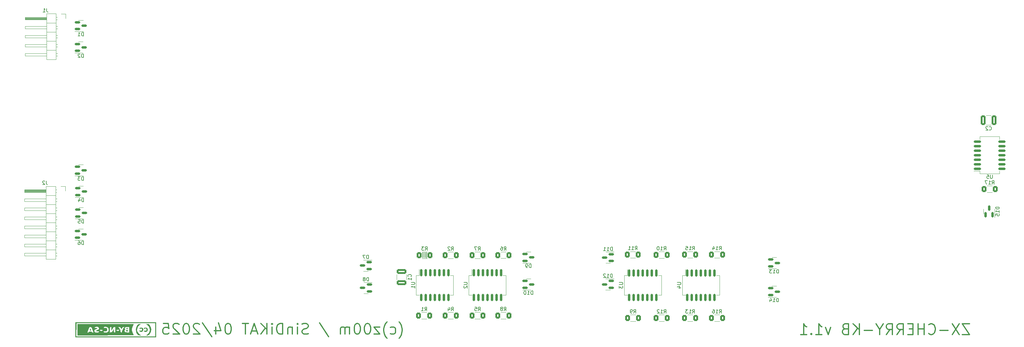
<source format=gbo>
G04 #@! TF.GenerationSoftware,KiCad,Pcbnew,6.0.11+dfsg-1*
G04 #@! TF.CreationDate,2025-04-29T08:55:15+02:00*
G04 #@! TF.ProjectId,zx-cherry-keyboard,7a782d63-6865-4727-9279-2d6b6579626f,1.1*
G04 #@! TF.SameCoordinates,Original*
G04 #@! TF.FileFunction,Legend,Bot*
G04 #@! TF.FilePolarity,Positive*
%FSLAX46Y46*%
G04 Gerber Fmt 4.6, Leading zero omitted, Abs format (unit mm)*
G04 Created by KiCad (PCBNEW 6.0.11+dfsg-1) date 2025-04-29 08:55:15*
%MOMM*%
%LPD*%
G01*
G04 APERTURE LIST*
G04 Aperture macros list*
%AMRoundRect*
0 Rectangle with rounded corners*
0 $1 Rounding radius*
0 $2 $3 $4 $5 $6 $7 $8 $9 X,Y pos of 4 corners*
0 Add a 4 corners polygon primitive as box body*
4,1,4,$2,$3,$4,$5,$6,$7,$8,$9,$2,$3,0*
0 Add four circle primitives for the rounded corners*
1,1,$1+$1,$2,$3*
1,1,$1+$1,$4,$5*
1,1,$1+$1,$6,$7*
1,1,$1+$1,$8,$9*
0 Add four rect primitives between the rounded corners*
20,1,$1+$1,$2,$3,$4,$5,0*
20,1,$1+$1,$4,$5,$6,$7,0*
20,1,$1+$1,$6,$7,$8,$9,0*
20,1,$1+$1,$8,$9,$2,$3,0*%
G04 Aperture macros list end*
%ADD10C,0.150000*%
%ADD11C,0.300000*%
%ADD12C,0.120000*%
%ADD13C,1.700000*%
%ADD14C,4.000000*%
%ADD15C,2.200000*%
%ADD16C,3.050000*%
%ADD17RoundRect,0.250000X0.400000X0.625000X-0.400000X0.625000X-0.400000X-0.625000X0.400000X-0.625000X0*%
%ADD18RoundRect,0.150000X-0.150000X0.837500X-0.150000X-0.837500X0.150000X-0.837500X0.150000X0.837500X0*%
%ADD19RoundRect,0.150000X-0.587500X-0.150000X0.587500X-0.150000X0.587500X0.150000X-0.587500X0.150000X0*%
%ADD20RoundRect,0.150000X0.587500X0.150000X-0.587500X0.150000X-0.587500X-0.150000X0.587500X-0.150000X0*%
%ADD21R,1.700000X1.700000*%
%ADD22O,1.700000X1.700000*%
%ADD23RoundRect,0.150000X-0.837500X-0.150000X0.837500X-0.150000X0.837500X0.150000X-0.837500X0.150000X0*%
%ADD24RoundRect,0.250000X1.100000X-0.412500X1.100000X0.412500X-1.100000X0.412500X-1.100000X-0.412500X0*%
%ADD25RoundRect,0.150000X0.150000X-0.587500X0.150000X0.587500X-0.150000X0.587500X-0.150000X-0.587500X0*%
%ADD26RoundRect,0.250000X-0.412500X-1.100000X0.412500X-1.100000X0.412500X1.100000X-0.412500X1.100000X0*%
G04 APERTURE END LIST*
D10*
X180270000Y-175570000D02*
X180270000Y-177060000D01*
X179930000Y-175570000D02*
X179930000Y-177040000D01*
X179480000Y-175570000D02*
X179480000Y-177040000D01*
X179110000Y-175580000D02*
X179110000Y-177040000D01*
D11*
X172571428Y-199600000D02*
X172714285Y-199457142D01*
X173000000Y-199028571D01*
X173142857Y-198742857D01*
X173285714Y-198314285D01*
X173428571Y-197600000D01*
X173428571Y-197028571D01*
X173285714Y-196314285D01*
X173142857Y-195885714D01*
X173000000Y-195600000D01*
X172714285Y-195171428D01*
X172571428Y-195028571D01*
X170142857Y-198314285D02*
X170428571Y-198457142D01*
X171000000Y-198457142D01*
X171285714Y-198314285D01*
X171428571Y-198171428D01*
X171571428Y-197885714D01*
X171571428Y-197028571D01*
X171428571Y-196742857D01*
X171285714Y-196600000D01*
X171000000Y-196457142D01*
X170428571Y-196457142D01*
X170142857Y-196600000D01*
X169142857Y-199600000D02*
X169000000Y-199457142D01*
X168714285Y-199028571D01*
X168571428Y-198742857D01*
X168428571Y-198314285D01*
X168285714Y-197600000D01*
X168285714Y-197028571D01*
X168428571Y-196314285D01*
X168571428Y-195885714D01*
X168714285Y-195600000D01*
X169000000Y-195171428D01*
X169142857Y-195028571D01*
X167142857Y-196457142D02*
X165571428Y-196457142D01*
X167142857Y-198457142D01*
X165571428Y-198457142D01*
X163857142Y-195457142D02*
X163571428Y-195457142D01*
X163285714Y-195600000D01*
X163142857Y-195742857D01*
X163000000Y-196028571D01*
X162857142Y-196600000D01*
X162857142Y-197314285D01*
X163000000Y-197885714D01*
X163142857Y-198171428D01*
X163285714Y-198314285D01*
X163571428Y-198457142D01*
X163857142Y-198457142D01*
X164142857Y-198314285D01*
X164285714Y-198171428D01*
X164428571Y-197885714D01*
X164571428Y-197314285D01*
X164571428Y-196600000D01*
X164428571Y-196028571D01*
X164285714Y-195742857D01*
X164142857Y-195600000D01*
X163857142Y-195457142D01*
X161000000Y-195457142D02*
X160714285Y-195457142D01*
X160428571Y-195600000D01*
X160285714Y-195742857D01*
X160142857Y-196028571D01*
X160000000Y-196600000D01*
X160000000Y-197314285D01*
X160142857Y-197885714D01*
X160285714Y-198171428D01*
X160428571Y-198314285D01*
X160714285Y-198457142D01*
X161000000Y-198457142D01*
X161285714Y-198314285D01*
X161428571Y-198171428D01*
X161571428Y-197885714D01*
X161714285Y-197314285D01*
X161714285Y-196600000D01*
X161571428Y-196028571D01*
X161428571Y-195742857D01*
X161285714Y-195600000D01*
X161000000Y-195457142D01*
X158714285Y-198457142D02*
X158714285Y-196457142D01*
X158714285Y-196742857D02*
X158571428Y-196600000D01*
X158285714Y-196457142D01*
X157857142Y-196457142D01*
X157571428Y-196600000D01*
X157428571Y-196885714D01*
X157428571Y-198457142D01*
X157428571Y-196885714D02*
X157285714Y-196600000D01*
X157000000Y-196457142D01*
X156571428Y-196457142D01*
X156285714Y-196600000D01*
X156142857Y-196885714D01*
X156142857Y-198457142D01*
X150285714Y-195314285D02*
X152857142Y-199171428D01*
X147142857Y-198314285D02*
X146714285Y-198457142D01*
X146000000Y-198457142D01*
X145714285Y-198314285D01*
X145571428Y-198171428D01*
X145428571Y-197885714D01*
X145428571Y-197600000D01*
X145571428Y-197314285D01*
X145714285Y-197171428D01*
X146000000Y-197028571D01*
X146571428Y-196885714D01*
X146857142Y-196742857D01*
X147000000Y-196600000D01*
X147142857Y-196314285D01*
X147142857Y-196028571D01*
X147000000Y-195742857D01*
X146857142Y-195600000D01*
X146571428Y-195457142D01*
X145857142Y-195457142D01*
X145428571Y-195600000D01*
X144142857Y-198457142D02*
X144142857Y-196457142D01*
X144142857Y-195457142D02*
X144285714Y-195600000D01*
X144142857Y-195742857D01*
X144000000Y-195600000D01*
X144142857Y-195457142D01*
X144142857Y-195742857D01*
X142714285Y-196457142D02*
X142714285Y-198457142D01*
X142714285Y-196742857D02*
X142571428Y-196600000D01*
X142285714Y-196457142D01*
X141857142Y-196457142D01*
X141571428Y-196600000D01*
X141428571Y-196885714D01*
X141428571Y-198457142D01*
X140000000Y-198457142D02*
X140000000Y-195457142D01*
X139285714Y-195457142D01*
X138857142Y-195600000D01*
X138571428Y-195885714D01*
X138428571Y-196171428D01*
X138285714Y-196742857D01*
X138285714Y-197171428D01*
X138428571Y-197742857D01*
X138571428Y-198028571D01*
X138857142Y-198314285D01*
X139285714Y-198457142D01*
X140000000Y-198457142D01*
X137000000Y-198457142D02*
X137000000Y-196457142D01*
X137000000Y-195457142D02*
X137142857Y-195600000D01*
X137000000Y-195742857D01*
X136857142Y-195600000D01*
X137000000Y-195457142D01*
X137000000Y-195742857D01*
X135571428Y-198457142D02*
X135571428Y-195457142D01*
X133857142Y-198457142D02*
X135142857Y-196742857D01*
X133857142Y-195457142D02*
X135571428Y-197171428D01*
X132714285Y-197600000D02*
X131285714Y-197600000D01*
X133000000Y-198457142D02*
X132000000Y-195457142D01*
X131000000Y-198457142D01*
X130428571Y-195457142D02*
X128714285Y-195457142D01*
X129571428Y-198457142D02*
X129571428Y-195457142D01*
X124857142Y-195457142D02*
X124571428Y-195457142D01*
X124285714Y-195600000D01*
X124142857Y-195742857D01*
X124000000Y-196028571D01*
X123857142Y-196600000D01*
X123857142Y-197314285D01*
X124000000Y-197885714D01*
X124142857Y-198171428D01*
X124285714Y-198314285D01*
X124571428Y-198457142D01*
X124857142Y-198457142D01*
X125142857Y-198314285D01*
X125285714Y-198171428D01*
X125428571Y-197885714D01*
X125571428Y-197314285D01*
X125571428Y-196600000D01*
X125428571Y-196028571D01*
X125285714Y-195742857D01*
X125142857Y-195600000D01*
X124857142Y-195457142D01*
X121285714Y-196457142D02*
X121285714Y-198457142D01*
X122000000Y-195314285D02*
X122714285Y-197457142D01*
X120857142Y-197457142D01*
X117571428Y-195314285D02*
X120142857Y-199171428D01*
X116714285Y-195742857D02*
X116571428Y-195600000D01*
X116285714Y-195457142D01*
X115571428Y-195457142D01*
X115285714Y-195600000D01*
X115142857Y-195742857D01*
X115000000Y-196028571D01*
X115000000Y-196314285D01*
X115142857Y-196742857D01*
X116857142Y-198457142D01*
X115000000Y-198457142D01*
X113142857Y-195457142D02*
X112857142Y-195457142D01*
X112571428Y-195600000D01*
X112428571Y-195742857D01*
X112285714Y-196028571D01*
X112142857Y-196600000D01*
X112142857Y-197314285D01*
X112285714Y-197885714D01*
X112428571Y-198171428D01*
X112571428Y-198314285D01*
X112857142Y-198457142D01*
X113142857Y-198457142D01*
X113428571Y-198314285D01*
X113571428Y-198171428D01*
X113714285Y-197885714D01*
X113857142Y-197314285D01*
X113857142Y-196600000D01*
X113714285Y-196028571D01*
X113571428Y-195742857D01*
X113428571Y-195600000D01*
X113142857Y-195457142D01*
X111000000Y-195742857D02*
X110857142Y-195600000D01*
X110571428Y-195457142D01*
X109857142Y-195457142D01*
X109571428Y-195600000D01*
X109428571Y-195742857D01*
X109285714Y-196028571D01*
X109285714Y-196314285D01*
X109428571Y-196742857D01*
X111142857Y-198457142D01*
X109285714Y-198457142D01*
X106571428Y-195457142D02*
X108000000Y-195457142D01*
X108142857Y-196885714D01*
X108000000Y-196742857D01*
X107714285Y-196600000D01*
X107000000Y-196600000D01*
X106714285Y-196742857D01*
X106571428Y-196885714D01*
X106428571Y-197171428D01*
X106428571Y-197885714D01*
X106571428Y-198171428D01*
X106714285Y-198314285D01*
X107000000Y-198457142D01*
X107714285Y-198457142D01*
X108000000Y-198314285D01*
X108142857Y-198171428D01*
X332164285Y-195557142D02*
X330164285Y-195557142D01*
X332164285Y-198557142D01*
X330164285Y-198557142D01*
X329307142Y-195557142D02*
X327307142Y-198557142D01*
X327307142Y-195557142D02*
X329307142Y-198557142D01*
X326164285Y-197414285D02*
X323878571Y-197414285D01*
X320735714Y-198271428D02*
X320878571Y-198414285D01*
X321307142Y-198557142D01*
X321592857Y-198557142D01*
X322021428Y-198414285D01*
X322307142Y-198128571D01*
X322450000Y-197842857D01*
X322592857Y-197271428D01*
X322592857Y-196842857D01*
X322450000Y-196271428D01*
X322307142Y-195985714D01*
X322021428Y-195700000D01*
X321592857Y-195557142D01*
X321307142Y-195557142D01*
X320878571Y-195700000D01*
X320735714Y-195842857D01*
X319450000Y-198557142D02*
X319450000Y-195557142D01*
X319450000Y-196985714D02*
X317735714Y-196985714D01*
X317735714Y-198557142D02*
X317735714Y-195557142D01*
X316307142Y-196985714D02*
X315307142Y-196985714D01*
X314878571Y-198557142D02*
X316307142Y-198557142D01*
X316307142Y-195557142D01*
X314878571Y-195557142D01*
X311878571Y-198557142D02*
X312878571Y-197128571D01*
X313592857Y-198557142D02*
X313592857Y-195557142D01*
X312450000Y-195557142D01*
X312164285Y-195700000D01*
X312021428Y-195842857D01*
X311878571Y-196128571D01*
X311878571Y-196557142D01*
X312021428Y-196842857D01*
X312164285Y-196985714D01*
X312450000Y-197128571D01*
X313592857Y-197128571D01*
X308878571Y-198557142D02*
X309878571Y-197128571D01*
X310592857Y-198557142D02*
X310592857Y-195557142D01*
X309450000Y-195557142D01*
X309164285Y-195700000D01*
X309021428Y-195842857D01*
X308878571Y-196128571D01*
X308878571Y-196557142D01*
X309021428Y-196842857D01*
X309164285Y-196985714D01*
X309450000Y-197128571D01*
X310592857Y-197128571D01*
X307021428Y-197128571D02*
X307021428Y-198557142D01*
X308021428Y-195557142D02*
X307021428Y-197128571D01*
X306021428Y-195557142D01*
X305021428Y-197414285D02*
X302735714Y-197414285D01*
X301307142Y-198557142D02*
X301307142Y-195557142D01*
X299592857Y-198557142D02*
X300878571Y-196842857D01*
X299592857Y-195557142D02*
X301307142Y-197271428D01*
X297307142Y-196985714D02*
X296878571Y-197128571D01*
X296735714Y-197271428D01*
X296592857Y-197557142D01*
X296592857Y-197985714D01*
X296735714Y-198271428D01*
X296878571Y-198414285D01*
X297164285Y-198557142D01*
X298307142Y-198557142D01*
X298307142Y-195557142D01*
X297307142Y-195557142D01*
X297021428Y-195700000D01*
X296878571Y-195842857D01*
X296735714Y-196128571D01*
X296735714Y-196414285D01*
X296878571Y-196700000D01*
X297021428Y-196842857D01*
X297307142Y-196985714D01*
X298307142Y-196985714D01*
X293307142Y-196557142D02*
X292592857Y-198557142D01*
X291878571Y-196557142D01*
X289164285Y-198557142D02*
X290878571Y-198557142D01*
X290021428Y-198557142D02*
X290021428Y-195557142D01*
X290307142Y-195985714D01*
X290592857Y-196271428D01*
X290878571Y-196414285D01*
X287878571Y-198271428D02*
X287735714Y-198414285D01*
X287878571Y-198557142D01*
X288021428Y-198414285D01*
X287878571Y-198271428D01*
X287878571Y-198557142D01*
X284878571Y-198557142D02*
X286592857Y-198557142D01*
X285735714Y-198557142D02*
X285735714Y-195557142D01*
X286021428Y-195985714D01*
X286307142Y-196271428D01*
X286592857Y-196414285D01*
D10*
X246665239Y-192572380D02*
X246998572Y-192096190D01*
X247236667Y-192572380D02*
X247236667Y-191572380D01*
X246855715Y-191572380D01*
X246760477Y-191620000D01*
X246712858Y-191667619D01*
X246665239Y-191762857D01*
X246665239Y-191905714D01*
X246712858Y-192000952D01*
X246760477Y-192048571D01*
X246855715Y-192096190D01*
X247236667Y-192096190D01*
X245712858Y-192572380D02*
X246284286Y-192572380D01*
X245998572Y-192572380D02*
X245998572Y-191572380D01*
X246093810Y-191715238D01*
X246189048Y-191810476D01*
X246284286Y-191858095D01*
X245331905Y-191667619D02*
X245284286Y-191620000D01*
X245189048Y-191572380D01*
X244950953Y-191572380D01*
X244855715Y-191620000D01*
X244808096Y-191667619D01*
X244760477Y-191762857D01*
X244760477Y-191858095D01*
X244808096Y-192000952D01*
X245379524Y-192572380D01*
X244760477Y-192572380D01*
X179736666Y-191902380D02*
X180070000Y-191426190D01*
X180308095Y-191902380D02*
X180308095Y-190902380D01*
X179927142Y-190902380D01*
X179831904Y-190950000D01*
X179784285Y-190997619D01*
X179736666Y-191092857D01*
X179736666Y-191235714D01*
X179784285Y-191330952D01*
X179831904Y-191378571D01*
X179927142Y-191426190D01*
X180308095Y-191426190D01*
X178784285Y-191902380D02*
X179355714Y-191902380D01*
X179070000Y-191902380D02*
X179070000Y-190902380D01*
X179165238Y-191045238D01*
X179260476Y-191140476D01*
X179355714Y-191188095D01*
X250402380Y-183988095D02*
X251211904Y-183988095D01*
X251307142Y-184035714D01*
X251354761Y-184083333D01*
X251402380Y-184178571D01*
X251402380Y-184369047D01*
X251354761Y-184464285D01*
X251307142Y-184511904D01*
X251211904Y-184559523D01*
X250402380Y-184559523D01*
X250735714Y-185464285D02*
X251402380Y-185464285D01*
X250354761Y-185226190D02*
X251069047Y-184988095D01*
X251069047Y-185607142D01*
X278714285Y-181352380D02*
X278714285Y-180352380D01*
X278476190Y-180352380D01*
X278333333Y-180400000D01*
X278238095Y-180495238D01*
X278190476Y-180590476D01*
X278142857Y-180780952D01*
X278142857Y-180923809D01*
X278190476Y-181114285D01*
X278238095Y-181209523D01*
X278333333Y-181304761D01*
X278476190Y-181352380D01*
X278714285Y-181352380D01*
X277190476Y-181352380D02*
X277761904Y-181352380D01*
X277476190Y-181352380D02*
X277476190Y-180352380D01*
X277571428Y-180495238D01*
X277666666Y-180590476D01*
X277761904Y-180638095D01*
X276857142Y-180352380D02*
X276238095Y-180352380D01*
X276571428Y-180733333D01*
X276428571Y-180733333D01*
X276333333Y-180780952D01*
X276285714Y-180828571D01*
X276238095Y-180923809D01*
X276238095Y-181161904D01*
X276285714Y-181257142D01*
X276333333Y-181304761D01*
X276428571Y-181352380D01*
X276714285Y-181352380D01*
X276809523Y-181304761D01*
X276857142Y-181257142D01*
X262142857Y-174832380D02*
X262476190Y-174356190D01*
X262714285Y-174832380D02*
X262714285Y-173832380D01*
X262333333Y-173832380D01*
X262238095Y-173880000D01*
X262190476Y-173927619D01*
X262142857Y-174022857D01*
X262142857Y-174165714D01*
X262190476Y-174260952D01*
X262238095Y-174308571D01*
X262333333Y-174356190D01*
X262714285Y-174356190D01*
X261190476Y-174832380D02*
X261761904Y-174832380D01*
X261476190Y-174832380D02*
X261476190Y-173832380D01*
X261571428Y-173975238D01*
X261666666Y-174070476D01*
X261761904Y-174118095D01*
X260333333Y-174165714D02*
X260333333Y-174832380D01*
X260571428Y-173784761D02*
X260809523Y-174499047D01*
X260190476Y-174499047D01*
X262142857Y-192552380D02*
X262476190Y-192076190D01*
X262714285Y-192552380D02*
X262714285Y-191552380D01*
X262333333Y-191552380D01*
X262238095Y-191600000D01*
X262190476Y-191647619D01*
X262142857Y-191742857D01*
X262142857Y-191885714D01*
X262190476Y-191980952D01*
X262238095Y-192028571D01*
X262333333Y-192076190D01*
X262714285Y-192076190D01*
X261190476Y-192552380D02*
X261761904Y-192552380D01*
X261476190Y-192552380D02*
X261476190Y-191552380D01*
X261571428Y-191695238D01*
X261666666Y-191790476D01*
X261761904Y-191838095D01*
X260333333Y-191552380D02*
X260523809Y-191552380D01*
X260619047Y-191600000D01*
X260666666Y-191647619D01*
X260761904Y-191790476D01*
X260809523Y-191980952D01*
X260809523Y-192361904D01*
X260761904Y-192457142D01*
X260714285Y-192504761D01*
X260619047Y-192552380D01*
X260428571Y-192552380D01*
X260333333Y-192504761D01*
X260285714Y-192457142D01*
X260238095Y-192361904D01*
X260238095Y-192123809D01*
X260285714Y-192028571D01*
X260333333Y-191980952D01*
X260428571Y-191933333D01*
X260619047Y-191933333D01*
X260714285Y-191980952D01*
X260761904Y-192028571D01*
X260809523Y-192123809D01*
X163988095Y-177302380D02*
X163988095Y-176302380D01*
X163750000Y-176302380D01*
X163607142Y-176350000D01*
X163511904Y-176445238D01*
X163464285Y-176540476D01*
X163416666Y-176730952D01*
X163416666Y-176873809D01*
X163464285Y-177064285D01*
X163511904Y-177159523D01*
X163607142Y-177254761D01*
X163750000Y-177302380D01*
X163988095Y-177302380D01*
X163083333Y-176302380D02*
X162416666Y-176302380D01*
X162845238Y-177302380D01*
X232226785Y-175052380D02*
X232226785Y-174052380D01*
X231988690Y-174052380D01*
X231845833Y-174100000D01*
X231750595Y-174195238D01*
X231702976Y-174290476D01*
X231655357Y-174480952D01*
X231655357Y-174623809D01*
X231702976Y-174814285D01*
X231750595Y-174909523D01*
X231845833Y-175004761D01*
X231988690Y-175052380D01*
X232226785Y-175052380D01*
X230702976Y-175052380D02*
X231274404Y-175052380D01*
X230988690Y-175052380D02*
X230988690Y-174052380D01*
X231083928Y-174195238D01*
X231179166Y-174290476D01*
X231274404Y-174338095D01*
X229750595Y-175052380D02*
X230322023Y-175052380D01*
X230036309Y-175052380D02*
X230036309Y-174052380D01*
X230131547Y-174195238D01*
X230226785Y-174290476D01*
X230322023Y-174338095D01*
X201916666Y-174932380D02*
X202250000Y-174456190D01*
X202488095Y-174932380D02*
X202488095Y-173932380D01*
X202107142Y-173932380D01*
X202011904Y-173980000D01*
X201964285Y-174027619D01*
X201916666Y-174122857D01*
X201916666Y-174265714D01*
X201964285Y-174360952D01*
X202011904Y-174408571D01*
X202107142Y-174456190D01*
X202488095Y-174456190D01*
X201059523Y-173932380D02*
X201250000Y-173932380D01*
X201345238Y-173980000D01*
X201392857Y-174027619D01*
X201488095Y-174170476D01*
X201535714Y-174360952D01*
X201535714Y-174741904D01*
X201488095Y-174837142D01*
X201440476Y-174884761D01*
X201345238Y-174932380D01*
X201154761Y-174932380D01*
X201059523Y-174884761D01*
X201011904Y-174837142D01*
X200964285Y-174741904D01*
X200964285Y-174503809D01*
X201011904Y-174408571D01*
X201059523Y-174360952D01*
X201154761Y-174313333D01*
X201345238Y-174313333D01*
X201440476Y-174360952D01*
X201488095Y-174408571D01*
X201535714Y-174503809D01*
X194666666Y-174942380D02*
X195000000Y-174466190D01*
X195238095Y-174942380D02*
X195238095Y-173942380D01*
X194857142Y-173942380D01*
X194761904Y-173990000D01*
X194714285Y-174037619D01*
X194666666Y-174132857D01*
X194666666Y-174275714D01*
X194714285Y-174370952D01*
X194761904Y-174418571D01*
X194857142Y-174466190D01*
X195238095Y-174466190D01*
X194333333Y-173942380D02*
X193666666Y-173942380D01*
X194095238Y-174942380D01*
X179856666Y-174942380D02*
X180190000Y-174466190D01*
X180428095Y-174942380D02*
X180428095Y-173942380D01*
X180047142Y-173942380D01*
X179951904Y-173990000D01*
X179904285Y-174037619D01*
X179856666Y-174132857D01*
X179856666Y-174275714D01*
X179904285Y-174370952D01*
X179951904Y-174418571D01*
X180047142Y-174466190D01*
X180428095Y-174466190D01*
X179523333Y-173942380D02*
X178904285Y-173942380D01*
X179237619Y-174323333D01*
X179094761Y-174323333D01*
X178999523Y-174370952D01*
X178951904Y-174418571D01*
X178904285Y-174513809D01*
X178904285Y-174751904D01*
X178951904Y-174847142D01*
X178999523Y-174894761D01*
X179094761Y-174942380D01*
X179380476Y-174942380D01*
X179475714Y-174894761D01*
X179523333Y-174847142D01*
X338442857Y-156432380D02*
X338776190Y-155956190D01*
X339014285Y-156432380D02*
X339014285Y-155432380D01*
X338633333Y-155432380D01*
X338538095Y-155480000D01*
X338490476Y-155527619D01*
X338442857Y-155622857D01*
X338442857Y-155765714D01*
X338490476Y-155860952D01*
X338538095Y-155908571D01*
X338633333Y-155956190D01*
X339014285Y-155956190D01*
X337490476Y-156432380D02*
X338061904Y-156432380D01*
X337776190Y-156432380D02*
X337776190Y-155432380D01*
X337871428Y-155575238D01*
X337966666Y-155670476D01*
X338061904Y-155718095D01*
X337157142Y-155432380D02*
X336490476Y-155432380D01*
X336919047Y-156432380D01*
X194666666Y-191882380D02*
X195000000Y-191406190D01*
X195238095Y-191882380D02*
X195238095Y-190882380D01*
X194857142Y-190882380D01*
X194761904Y-190930000D01*
X194714285Y-190977619D01*
X194666666Y-191072857D01*
X194666666Y-191215714D01*
X194714285Y-191310952D01*
X194761904Y-191358571D01*
X194857142Y-191406190D01*
X195238095Y-191406190D01*
X193761904Y-190882380D02*
X194238095Y-190882380D01*
X194285714Y-191358571D01*
X194238095Y-191310952D01*
X194142857Y-191263333D01*
X193904761Y-191263333D01*
X193809523Y-191310952D01*
X193761904Y-191358571D01*
X193714285Y-191453809D01*
X193714285Y-191691904D01*
X193761904Y-191787142D01*
X193809523Y-191834761D01*
X193904761Y-191882380D01*
X194142857Y-191882380D01*
X194238095Y-191834761D01*
X194285714Y-191787142D01*
X278694285Y-189402380D02*
X278694285Y-188402380D01*
X278456190Y-188402380D01*
X278313333Y-188450000D01*
X278218095Y-188545238D01*
X278170476Y-188640476D01*
X278122857Y-188830952D01*
X278122857Y-188973809D01*
X278170476Y-189164285D01*
X278218095Y-189259523D01*
X278313333Y-189354761D01*
X278456190Y-189402380D01*
X278694285Y-189402380D01*
X277170476Y-189402380D02*
X277741904Y-189402380D01*
X277456190Y-189402380D02*
X277456190Y-188402380D01*
X277551428Y-188545238D01*
X277646666Y-188640476D01*
X277741904Y-188688095D01*
X276313333Y-188735714D02*
X276313333Y-189402380D01*
X276551428Y-188354761D02*
X276789523Y-189069047D01*
X276170476Y-189069047D01*
X84218095Y-120912380D02*
X84218095Y-119912380D01*
X83980000Y-119912380D01*
X83837142Y-119960000D01*
X83741904Y-120055238D01*
X83694285Y-120150476D01*
X83646666Y-120340952D01*
X83646666Y-120483809D01*
X83694285Y-120674285D01*
X83741904Y-120769523D01*
X83837142Y-120864761D01*
X83980000Y-120912380D01*
X84218095Y-120912380D01*
X83265714Y-120007619D02*
X83218095Y-119960000D01*
X83122857Y-119912380D01*
X82884761Y-119912380D01*
X82789523Y-119960000D01*
X82741904Y-120007619D01*
X82694285Y-120102857D01*
X82694285Y-120198095D01*
X82741904Y-120340952D01*
X83313333Y-120912380D01*
X82694285Y-120912380D01*
X84238095Y-155352380D02*
X84238095Y-154352380D01*
X84000000Y-154352380D01*
X83857142Y-154400000D01*
X83761904Y-154495238D01*
X83714285Y-154590476D01*
X83666666Y-154780952D01*
X83666666Y-154923809D01*
X83714285Y-155114285D01*
X83761904Y-155209523D01*
X83857142Y-155304761D01*
X84000000Y-155352380D01*
X84238095Y-155352380D01*
X83333333Y-154352380D02*
X82714285Y-154352380D01*
X83047619Y-154733333D01*
X82904761Y-154733333D01*
X82809523Y-154780952D01*
X82761904Y-154828571D01*
X82714285Y-154923809D01*
X82714285Y-155161904D01*
X82761904Y-155257142D01*
X82809523Y-155304761D01*
X82904761Y-155352380D01*
X83190476Y-155352380D01*
X83285714Y-155304761D01*
X83333333Y-155257142D01*
X201916666Y-191882380D02*
X202250000Y-191406190D01*
X202488095Y-191882380D02*
X202488095Y-190882380D01*
X202107142Y-190882380D01*
X202011904Y-190930000D01*
X201964285Y-190977619D01*
X201916666Y-191072857D01*
X201916666Y-191215714D01*
X201964285Y-191310952D01*
X202011904Y-191358571D01*
X202107142Y-191406190D01*
X202488095Y-191406190D01*
X201345238Y-191310952D02*
X201440476Y-191263333D01*
X201488095Y-191215714D01*
X201535714Y-191120476D01*
X201535714Y-191072857D01*
X201488095Y-190977619D01*
X201440476Y-190930000D01*
X201345238Y-190882380D01*
X201154761Y-190882380D01*
X201059523Y-190930000D01*
X201011904Y-190977619D01*
X200964285Y-191072857D01*
X200964285Y-191120476D01*
X201011904Y-191215714D01*
X201059523Y-191263333D01*
X201154761Y-191310952D01*
X201345238Y-191310952D01*
X201440476Y-191358571D01*
X201488095Y-191406190D01*
X201535714Y-191501428D01*
X201535714Y-191691904D01*
X201488095Y-191787142D01*
X201440476Y-191834761D01*
X201345238Y-191882380D01*
X201154761Y-191882380D01*
X201059523Y-191834761D01*
X201011904Y-191787142D01*
X200964285Y-191691904D01*
X200964285Y-191501428D01*
X201011904Y-191406190D01*
X201059523Y-191358571D01*
X201154761Y-191310952D01*
X209964285Y-187352380D02*
X209964285Y-186352380D01*
X209726190Y-186352380D01*
X209583333Y-186400000D01*
X209488095Y-186495238D01*
X209440476Y-186590476D01*
X209392857Y-186780952D01*
X209392857Y-186923809D01*
X209440476Y-187114285D01*
X209488095Y-187209523D01*
X209583333Y-187304761D01*
X209726190Y-187352380D01*
X209964285Y-187352380D01*
X208440476Y-187352380D02*
X209011904Y-187352380D01*
X208726190Y-187352380D02*
X208726190Y-186352380D01*
X208821428Y-186495238D01*
X208916666Y-186590476D01*
X209011904Y-186638095D01*
X207821428Y-186352380D02*
X207726190Y-186352380D01*
X207630952Y-186400000D01*
X207583333Y-186447619D01*
X207535714Y-186542857D01*
X207488095Y-186733333D01*
X207488095Y-186971428D01*
X207535714Y-187161904D01*
X207583333Y-187257142D01*
X207630952Y-187304761D01*
X207726190Y-187352380D01*
X207821428Y-187352380D01*
X207916666Y-187304761D01*
X207964285Y-187257142D01*
X208011904Y-187161904D01*
X208059523Y-186971428D01*
X208059523Y-186733333D01*
X208011904Y-186542857D01*
X207964285Y-186447619D01*
X207916666Y-186400000D01*
X207821428Y-186352380D01*
X73948333Y-107132380D02*
X73948333Y-107846666D01*
X73995952Y-107989523D01*
X74091190Y-108084761D01*
X74234047Y-108132380D01*
X74329285Y-108132380D01*
X72948333Y-108132380D02*
X73519761Y-108132380D01*
X73234047Y-108132380D02*
X73234047Y-107132380D01*
X73329285Y-107275238D01*
X73424523Y-107370476D01*
X73519761Y-107418095D01*
X84248095Y-173352380D02*
X84248095Y-172352380D01*
X84010000Y-172352380D01*
X83867142Y-172400000D01*
X83771904Y-172495238D01*
X83724285Y-172590476D01*
X83676666Y-172780952D01*
X83676666Y-172923809D01*
X83724285Y-173114285D01*
X83771904Y-173209523D01*
X83867142Y-173304761D01*
X84010000Y-173352380D01*
X84248095Y-173352380D01*
X82819523Y-172352380D02*
X83010000Y-172352380D01*
X83105238Y-172400000D01*
X83152857Y-172447619D01*
X83248095Y-172590476D01*
X83295714Y-172780952D01*
X83295714Y-173161904D01*
X83248095Y-173257142D01*
X83200476Y-173304761D01*
X83105238Y-173352380D01*
X82914761Y-173352380D01*
X82819523Y-173304761D01*
X82771904Y-173257142D01*
X82724285Y-173161904D01*
X82724285Y-172923809D01*
X82771904Y-172828571D01*
X82819523Y-172780952D01*
X82914761Y-172733333D01*
X83105238Y-172733333D01*
X83200476Y-172780952D01*
X83248095Y-172828571D01*
X83295714Y-172923809D01*
X254642857Y-174832380D02*
X254976190Y-174356190D01*
X255214285Y-174832380D02*
X255214285Y-173832380D01*
X254833333Y-173832380D01*
X254738095Y-173880000D01*
X254690476Y-173927619D01*
X254642857Y-174022857D01*
X254642857Y-174165714D01*
X254690476Y-174260952D01*
X254738095Y-174308571D01*
X254833333Y-174356190D01*
X255214285Y-174356190D01*
X253690476Y-174832380D02*
X254261904Y-174832380D01*
X253976190Y-174832380D02*
X253976190Y-173832380D01*
X254071428Y-173975238D01*
X254166666Y-174070476D01*
X254261904Y-174118095D01*
X252785714Y-173832380D02*
X253261904Y-173832380D01*
X253309523Y-174308571D01*
X253261904Y-174260952D01*
X253166666Y-174213333D01*
X252928571Y-174213333D01*
X252833333Y-174260952D01*
X252785714Y-174308571D01*
X252738095Y-174403809D01*
X252738095Y-174641904D01*
X252785714Y-174737142D01*
X252833333Y-174784761D01*
X252928571Y-174832380D01*
X253166666Y-174832380D01*
X253261904Y-174784761D01*
X253309523Y-174737142D01*
X338561904Y-153802380D02*
X338561904Y-154611904D01*
X338514285Y-154707142D01*
X338466666Y-154754761D01*
X338371428Y-154802380D01*
X338180952Y-154802380D01*
X338085714Y-154754761D01*
X338038095Y-154707142D01*
X337990476Y-154611904D01*
X337990476Y-153802380D01*
X337038095Y-153802380D02*
X337514285Y-153802380D01*
X337561904Y-154278571D01*
X337514285Y-154230952D01*
X337419047Y-154183333D01*
X337180952Y-154183333D01*
X337085714Y-154230952D01*
X337038095Y-154278571D01*
X336990476Y-154373809D01*
X336990476Y-154611904D01*
X337038095Y-154707142D01*
X337085714Y-154754761D01*
X337180952Y-154802380D01*
X337419047Y-154802380D01*
X337514285Y-154754761D01*
X337561904Y-154707142D01*
X246642857Y-174882380D02*
X246976190Y-174406190D01*
X247214285Y-174882380D02*
X247214285Y-173882380D01*
X246833333Y-173882380D01*
X246738095Y-173930000D01*
X246690476Y-173977619D01*
X246642857Y-174072857D01*
X246642857Y-174215714D01*
X246690476Y-174310952D01*
X246738095Y-174358571D01*
X246833333Y-174406190D01*
X247214285Y-174406190D01*
X245690476Y-174882380D02*
X246261904Y-174882380D01*
X245976190Y-174882380D02*
X245976190Y-173882380D01*
X246071428Y-174025238D01*
X246166666Y-174120476D01*
X246261904Y-174168095D01*
X245071428Y-173882380D02*
X244976190Y-173882380D01*
X244880952Y-173930000D01*
X244833333Y-173977619D01*
X244785714Y-174072857D01*
X244738095Y-174263333D01*
X244738095Y-174501428D01*
X244785714Y-174691904D01*
X244833333Y-174787142D01*
X244880952Y-174834761D01*
X244976190Y-174882380D01*
X245071428Y-174882380D01*
X245166666Y-174834761D01*
X245214285Y-174787142D01*
X245261904Y-174691904D01*
X245309523Y-174501428D01*
X245309523Y-174263333D01*
X245261904Y-174072857D01*
X245214285Y-173977619D01*
X245166666Y-173930000D01*
X245071428Y-173882380D01*
X209488095Y-179812380D02*
X209488095Y-178812380D01*
X209250000Y-178812380D01*
X209107142Y-178860000D01*
X209011904Y-178955238D01*
X208964285Y-179050476D01*
X208916666Y-179240952D01*
X208916666Y-179383809D01*
X208964285Y-179574285D01*
X209011904Y-179669523D01*
X209107142Y-179764761D01*
X209250000Y-179812380D01*
X209488095Y-179812380D01*
X208440476Y-179812380D02*
X208250000Y-179812380D01*
X208154761Y-179764761D01*
X208107142Y-179717142D01*
X208011904Y-179574285D01*
X207964285Y-179383809D01*
X207964285Y-179002857D01*
X208011904Y-178907619D01*
X208059523Y-178860000D01*
X208154761Y-178812380D01*
X208345238Y-178812380D01*
X208440476Y-178860000D01*
X208488095Y-178907619D01*
X208535714Y-179002857D01*
X208535714Y-179240952D01*
X208488095Y-179336190D01*
X208440476Y-179383809D01*
X208345238Y-179431428D01*
X208154761Y-179431428D01*
X208059523Y-179383809D01*
X208011904Y-179336190D01*
X207964285Y-179240952D01*
X84300595Y-161352380D02*
X84300595Y-160352380D01*
X84062500Y-160352380D01*
X83919642Y-160400000D01*
X83824404Y-160495238D01*
X83776785Y-160590476D01*
X83729166Y-160780952D01*
X83729166Y-160923809D01*
X83776785Y-161114285D01*
X83824404Y-161209523D01*
X83919642Y-161304761D01*
X84062500Y-161352380D01*
X84300595Y-161352380D01*
X82872023Y-160685714D02*
X82872023Y-161352380D01*
X83110119Y-160304761D02*
X83348214Y-161019047D01*
X82729166Y-161019047D01*
X238186666Y-192572380D02*
X238520000Y-192096190D01*
X238758095Y-192572380D02*
X238758095Y-191572380D01*
X238377142Y-191572380D01*
X238281904Y-191620000D01*
X238234285Y-191667619D01*
X238186666Y-191762857D01*
X238186666Y-191905714D01*
X238234285Y-192000952D01*
X238281904Y-192048571D01*
X238377142Y-192096190D01*
X238758095Y-192096190D01*
X237710476Y-192572380D02*
X237520000Y-192572380D01*
X237424761Y-192524761D01*
X237377142Y-192477142D01*
X237281904Y-192334285D01*
X237234285Y-192143809D01*
X237234285Y-191762857D01*
X237281904Y-191667619D01*
X237329523Y-191620000D01*
X237424761Y-191572380D01*
X237615238Y-191572380D01*
X237710476Y-191620000D01*
X237758095Y-191667619D01*
X237805714Y-191762857D01*
X237805714Y-192000952D01*
X237758095Y-192096190D01*
X237710476Y-192143809D01*
X237615238Y-192191428D01*
X237424761Y-192191428D01*
X237329523Y-192143809D01*
X237281904Y-192096190D01*
X237234285Y-192000952D01*
X254642857Y-192552380D02*
X254976190Y-192076190D01*
X255214285Y-192552380D02*
X255214285Y-191552380D01*
X254833333Y-191552380D01*
X254738095Y-191600000D01*
X254690476Y-191647619D01*
X254642857Y-191742857D01*
X254642857Y-191885714D01*
X254690476Y-191980952D01*
X254738095Y-192028571D01*
X254833333Y-192076190D01*
X255214285Y-192076190D01*
X253690476Y-192552380D02*
X254261904Y-192552380D01*
X253976190Y-192552380D02*
X253976190Y-191552380D01*
X254071428Y-191695238D01*
X254166666Y-191790476D01*
X254261904Y-191838095D01*
X253357142Y-191552380D02*
X252738095Y-191552380D01*
X253071428Y-191933333D01*
X252928571Y-191933333D01*
X252833333Y-191980952D01*
X252785714Y-192028571D01*
X252738095Y-192123809D01*
X252738095Y-192361904D01*
X252785714Y-192457142D01*
X252833333Y-192504761D01*
X252928571Y-192552380D01*
X253214285Y-192552380D01*
X253309523Y-192504761D01*
X253357142Y-192457142D01*
X190652380Y-183958095D02*
X191461904Y-183958095D01*
X191557142Y-184005714D01*
X191604761Y-184053333D01*
X191652380Y-184148571D01*
X191652380Y-184339047D01*
X191604761Y-184434285D01*
X191557142Y-184481904D01*
X191461904Y-184529523D01*
X190652380Y-184529523D01*
X190747619Y-184958095D02*
X190700000Y-185005714D01*
X190652380Y-185100952D01*
X190652380Y-185339047D01*
X190700000Y-185434285D01*
X190747619Y-185481904D01*
X190842857Y-185529523D01*
X190938095Y-185529523D01*
X191080952Y-185481904D01*
X191652380Y-184910476D01*
X191652380Y-185529523D01*
X175932380Y-183958095D02*
X176741904Y-183958095D01*
X176837142Y-184005714D01*
X176884761Y-184053333D01*
X176932380Y-184148571D01*
X176932380Y-184339047D01*
X176884761Y-184434285D01*
X176837142Y-184481904D01*
X176741904Y-184529523D01*
X175932380Y-184529523D01*
X176932380Y-185529523D02*
X176932380Y-184958095D01*
X176932380Y-185243809D02*
X175932380Y-185243809D01*
X176075238Y-185148571D01*
X176170476Y-185053333D01*
X176218095Y-184958095D01*
X187156666Y-191902380D02*
X187490000Y-191426190D01*
X187728095Y-191902380D02*
X187728095Y-190902380D01*
X187347142Y-190902380D01*
X187251904Y-190950000D01*
X187204285Y-190997619D01*
X187156666Y-191092857D01*
X187156666Y-191235714D01*
X187204285Y-191330952D01*
X187251904Y-191378571D01*
X187347142Y-191426190D01*
X187728095Y-191426190D01*
X186299523Y-191235714D02*
X186299523Y-191902380D01*
X186537619Y-190854761D02*
X186775714Y-191569047D01*
X186156666Y-191569047D01*
X232214285Y-182552380D02*
X232214285Y-181552380D01*
X231976190Y-181552380D01*
X231833333Y-181600000D01*
X231738095Y-181695238D01*
X231690476Y-181790476D01*
X231642857Y-181980952D01*
X231642857Y-182123809D01*
X231690476Y-182314285D01*
X231738095Y-182409523D01*
X231833333Y-182504761D01*
X231976190Y-182552380D01*
X232214285Y-182552380D01*
X230690476Y-182552380D02*
X231261904Y-182552380D01*
X230976190Y-182552380D02*
X230976190Y-181552380D01*
X231071428Y-181695238D01*
X231166666Y-181790476D01*
X231261904Y-181838095D01*
X230309523Y-181647619D02*
X230261904Y-181600000D01*
X230166666Y-181552380D01*
X229928571Y-181552380D01*
X229833333Y-181600000D01*
X229785714Y-181647619D01*
X229738095Y-181742857D01*
X229738095Y-181838095D01*
X229785714Y-181980952D01*
X230357142Y-182552380D01*
X229738095Y-182552380D01*
X238582857Y-174822380D02*
X238916190Y-174346190D01*
X239154285Y-174822380D02*
X239154285Y-173822380D01*
X238773333Y-173822380D01*
X238678095Y-173870000D01*
X238630476Y-173917619D01*
X238582857Y-174012857D01*
X238582857Y-174155714D01*
X238630476Y-174250952D01*
X238678095Y-174298571D01*
X238773333Y-174346190D01*
X239154285Y-174346190D01*
X237630476Y-174822380D02*
X238201904Y-174822380D01*
X237916190Y-174822380D02*
X237916190Y-173822380D01*
X238011428Y-173965238D01*
X238106666Y-174060476D01*
X238201904Y-174108095D01*
X236678095Y-174822380D02*
X237249523Y-174822380D01*
X236963809Y-174822380D02*
X236963809Y-173822380D01*
X237059047Y-173965238D01*
X237154285Y-174060476D01*
X237249523Y-174108095D01*
X175907142Y-182333333D02*
X175954761Y-182285714D01*
X176002380Y-182142857D01*
X176002380Y-182047619D01*
X175954761Y-181904761D01*
X175859523Y-181809523D01*
X175764285Y-181761904D01*
X175573809Y-181714285D01*
X175430952Y-181714285D01*
X175240476Y-181761904D01*
X175145238Y-181809523D01*
X175050000Y-181904761D01*
X175002380Y-182047619D01*
X175002380Y-182142857D01*
X175050000Y-182285714D01*
X175097619Y-182333333D01*
X176002380Y-183285714D02*
X176002380Y-182714285D01*
X176002380Y-183000000D02*
X175002380Y-183000000D01*
X175145238Y-182904761D01*
X175240476Y-182809523D01*
X175288095Y-182714285D01*
X340482380Y-162828214D02*
X339482380Y-162828214D01*
X339482380Y-163066309D01*
X339530000Y-163209166D01*
X339625238Y-163304404D01*
X339720476Y-163352023D01*
X339910952Y-163399642D01*
X340053809Y-163399642D01*
X340244285Y-163352023D01*
X340339523Y-163304404D01*
X340434761Y-163209166D01*
X340482380Y-163066309D01*
X340482380Y-162828214D01*
X340482380Y-164352023D02*
X340482380Y-163780595D01*
X340482380Y-164066309D02*
X339482380Y-164066309D01*
X339625238Y-163971071D01*
X339720476Y-163875833D01*
X339768095Y-163780595D01*
X339482380Y-165256785D02*
X339482380Y-164780595D01*
X339958571Y-164732976D01*
X339910952Y-164780595D01*
X339863333Y-164875833D01*
X339863333Y-165113928D01*
X339910952Y-165209166D01*
X339958571Y-165256785D01*
X340053809Y-165304404D01*
X340291904Y-165304404D01*
X340387142Y-165256785D01*
X340434761Y-165209166D01*
X340482380Y-165113928D01*
X340482380Y-164875833D01*
X340434761Y-164780595D01*
X340387142Y-164732976D01*
X234152380Y-183988095D02*
X234961904Y-183988095D01*
X235057142Y-184035714D01*
X235104761Y-184083333D01*
X235152380Y-184178571D01*
X235152380Y-184369047D01*
X235104761Y-184464285D01*
X235057142Y-184511904D01*
X234961904Y-184559523D01*
X234152380Y-184559523D01*
X234152380Y-184940476D02*
X234152380Y-185559523D01*
X234533333Y-185226190D01*
X234533333Y-185369047D01*
X234580952Y-185464285D01*
X234628571Y-185511904D01*
X234723809Y-185559523D01*
X234961904Y-185559523D01*
X235057142Y-185511904D01*
X235104761Y-185464285D01*
X235152380Y-185369047D01*
X235152380Y-185083333D01*
X235104761Y-184988095D01*
X235057142Y-184940476D01*
X187166666Y-174962380D02*
X187500000Y-174486190D01*
X187738095Y-174962380D02*
X187738095Y-173962380D01*
X187357142Y-173962380D01*
X187261904Y-174010000D01*
X187214285Y-174057619D01*
X187166666Y-174152857D01*
X187166666Y-174295714D01*
X187214285Y-174390952D01*
X187261904Y-174438571D01*
X187357142Y-174486190D01*
X187738095Y-174486190D01*
X186785714Y-174057619D02*
X186738095Y-174010000D01*
X186642857Y-173962380D01*
X186404761Y-173962380D01*
X186309523Y-174010000D01*
X186261904Y-174057619D01*
X186214285Y-174152857D01*
X186214285Y-174248095D01*
X186261904Y-174390952D01*
X186833333Y-174962380D01*
X186214285Y-174962380D01*
X164030595Y-183552380D02*
X164030595Y-182552380D01*
X163792500Y-182552380D01*
X163649642Y-182600000D01*
X163554404Y-182695238D01*
X163506785Y-182790476D01*
X163459166Y-182980952D01*
X163459166Y-183123809D01*
X163506785Y-183314285D01*
X163554404Y-183409523D01*
X163649642Y-183504761D01*
X163792500Y-183552380D01*
X164030595Y-183552380D01*
X162887738Y-182980952D02*
X162982976Y-182933333D01*
X163030595Y-182885714D01*
X163078214Y-182790476D01*
X163078214Y-182742857D01*
X163030595Y-182647619D01*
X162982976Y-182600000D01*
X162887738Y-182552380D01*
X162697261Y-182552380D01*
X162602023Y-182600000D01*
X162554404Y-182647619D01*
X162506785Y-182742857D01*
X162506785Y-182790476D01*
X162554404Y-182885714D01*
X162602023Y-182933333D01*
X162697261Y-182980952D01*
X162887738Y-182980952D01*
X162982976Y-183028571D01*
X163030595Y-183076190D01*
X163078214Y-183171428D01*
X163078214Y-183361904D01*
X163030595Y-183457142D01*
X162982976Y-183504761D01*
X162887738Y-183552380D01*
X162697261Y-183552380D01*
X162602023Y-183504761D01*
X162554404Y-183457142D01*
X162506785Y-183361904D01*
X162506785Y-183171428D01*
X162554404Y-183076190D01*
X162602023Y-183028571D01*
X162697261Y-182980952D01*
X84238095Y-114852380D02*
X84238095Y-113852380D01*
X84000000Y-113852380D01*
X83857142Y-113900000D01*
X83761904Y-113995238D01*
X83714285Y-114090476D01*
X83666666Y-114280952D01*
X83666666Y-114423809D01*
X83714285Y-114614285D01*
X83761904Y-114709523D01*
X83857142Y-114804761D01*
X84000000Y-114852380D01*
X84238095Y-114852380D01*
X82714285Y-114852380D02*
X83285714Y-114852380D01*
X83000000Y-114852380D02*
X83000000Y-113852380D01*
X83095238Y-113995238D01*
X83190476Y-114090476D01*
X83285714Y-114138095D01*
X337666666Y-141157142D02*
X337714285Y-141204761D01*
X337857142Y-141252380D01*
X337952380Y-141252380D01*
X338095238Y-141204761D01*
X338190476Y-141109523D01*
X338238095Y-141014285D01*
X338285714Y-140823809D01*
X338285714Y-140680952D01*
X338238095Y-140490476D01*
X338190476Y-140395238D01*
X338095238Y-140300000D01*
X337952380Y-140252380D01*
X337857142Y-140252380D01*
X337714285Y-140300000D01*
X337666666Y-140347619D01*
X337285714Y-140347619D02*
X337238095Y-140300000D01*
X337142857Y-140252380D01*
X336904761Y-140252380D01*
X336809523Y-140300000D01*
X336761904Y-140347619D01*
X336714285Y-140442857D01*
X336714285Y-140538095D01*
X336761904Y-140680952D01*
X337333333Y-141252380D01*
X336714285Y-141252380D01*
X73823333Y-155517380D02*
X73823333Y-156231666D01*
X73870952Y-156374523D01*
X73966190Y-156469761D01*
X74109047Y-156517380D01*
X74204285Y-156517380D01*
X73394761Y-155612619D02*
X73347142Y-155565000D01*
X73251904Y-155517380D01*
X73013809Y-155517380D01*
X72918571Y-155565000D01*
X72870952Y-155612619D01*
X72823333Y-155707857D01*
X72823333Y-155803095D01*
X72870952Y-155945952D01*
X73442380Y-156517380D01*
X72823333Y-156517380D01*
X84300595Y-167352380D02*
X84300595Y-166352380D01*
X84062500Y-166352380D01*
X83919642Y-166400000D01*
X83824404Y-166495238D01*
X83776785Y-166590476D01*
X83729166Y-166780952D01*
X83729166Y-166923809D01*
X83776785Y-167114285D01*
X83824404Y-167209523D01*
X83919642Y-167304761D01*
X84062500Y-167352380D01*
X84300595Y-167352380D01*
X82824404Y-166352380D02*
X83300595Y-166352380D01*
X83348214Y-166828571D01*
X83300595Y-166780952D01*
X83205357Y-166733333D01*
X82967261Y-166733333D01*
X82872023Y-166780952D01*
X82824404Y-166828571D01*
X82776785Y-166923809D01*
X82776785Y-167161904D01*
X82824404Y-167257142D01*
X82872023Y-167304761D01*
X82967261Y-167352380D01*
X83205357Y-167352380D01*
X83300595Y-167304761D01*
X83348214Y-167257142D01*
D12*
X246727064Y-194830000D02*
X245272936Y-194830000D01*
X246727064Y-193010000D02*
X245272936Y-193010000D01*
X180297064Y-192360000D02*
X178842936Y-192360000D01*
X180297064Y-194180000D02*
X178842936Y-194180000D01*
X251790000Y-181990000D02*
X252630000Y-181990000D01*
X262210000Y-184750000D02*
X262210000Y-181990000D01*
X252630000Y-181990000D02*
X252630000Y-180300000D01*
X262210000Y-187510000D02*
X261370000Y-187510000D01*
X251790000Y-187510000D02*
X252630000Y-187510000D01*
X251790000Y-184750000D02*
X251790000Y-181990000D01*
X251790000Y-184750000D02*
X251790000Y-187510000D01*
X262210000Y-184750000D02*
X262210000Y-187510000D01*
X262210000Y-181990000D02*
X261370000Y-181990000D01*
X277500000Y-180060000D02*
X278150000Y-180060000D01*
X277500000Y-180060000D02*
X275825000Y-180060000D01*
X277500000Y-176940000D02*
X278150000Y-176940000D01*
X277500000Y-176940000D02*
X276850000Y-176940000D01*
X262227064Y-177110000D02*
X260772936Y-177110000D01*
X262227064Y-175290000D02*
X260772936Y-175290000D01*
X262227064Y-194830000D02*
X260772936Y-194830000D01*
X262227064Y-193010000D02*
X260772936Y-193010000D01*
X163250000Y-177690000D02*
X162600000Y-177690000D01*
X163250000Y-180810000D02*
X162600000Y-180810000D01*
X163250000Y-177690000D02*
X164925000Y-177690000D01*
X163250000Y-180810000D02*
X163900000Y-180810000D01*
X231012500Y-175440000D02*
X230362500Y-175440000D01*
X231012500Y-175440000D02*
X232687500Y-175440000D01*
X231012500Y-178560000D02*
X230362500Y-178560000D01*
X231012500Y-178560000D02*
X231662500Y-178560000D01*
X202477064Y-177210000D02*
X201022936Y-177210000D01*
X202477064Y-175390000D02*
X201022936Y-175390000D01*
X195227064Y-175400000D02*
X193772936Y-175400000D01*
X195227064Y-177220000D02*
X193772936Y-177220000D01*
X180417064Y-177220000D02*
X178962936Y-177220000D01*
X180417064Y-175400000D02*
X178962936Y-175400000D01*
X338527064Y-156890000D02*
X337072936Y-156890000D01*
X338527064Y-158710000D02*
X337072936Y-158710000D01*
X195227064Y-192340000D02*
X193772936Y-192340000D01*
X195227064Y-194160000D02*
X193772936Y-194160000D01*
X277480000Y-188110000D02*
X275805000Y-188110000D01*
X277480000Y-184990000D02*
X278130000Y-184990000D01*
X277480000Y-188110000D02*
X278130000Y-188110000D01*
X277480000Y-184990000D02*
X276830000Y-184990000D01*
X83480000Y-116500000D02*
X82830000Y-116500000D01*
X83480000Y-116500000D02*
X84130000Y-116500000D01*
X83480000Y-119620000D02*
X81805000Y-119620000D01*
X83480000Y-119620000D02*
X84130000Y-119620000D01*
X83500000Y-154060000D02*
X84150000Y-154060000D01*
X83500000Y-150940000D02*
X82850000Y-150940000D01*
X83500000Y-154060000D02*
X81825000Y-154060000D01*
X83500000Y-150940000D02*
X84150000Y-150940000D01*
X202477064Y-194160000D02*
X201022936Y-194160000D01*
X202477064Y-192340000D02*
X201022936Y-192340000D01*
X208750000Y-186060000D02*
X207075000Y-186060000D01*
X208750000Y-182940000D02*
X208100000Y-182940000D01*
X208750000Y-182940000D02*
X209400000Y-182940000D01*
X208750000Y-186060000D02*
X209400000Y-186060000D01*
X67900000Y-120490000D02*
X73900000Y-120490000D01*
X73900000Y-109750000D02*
X67900000Y-109750000D01*
X76890000Y-109570000D02*
X76560000Y-109570000D01*
X73900000Y-109570000D02*
X67900000Y-109570000D01*
X73900000Y-110110000D02*
X67900000Y-110110000D01*
X76560000Y-116300000D02*
X73900000Y-116300000D01*
X73900000Y-108620000D02*
X76560000Y-108620000D01*
X73900000Y-114650000D02*
X67900000Y-114650000D01*
X79270000Y-108680000D02*
X78000000Y-108680000D01*
X76560000Y-108620000D02*
X76560000Y-121440000D01*
X67900000Y-110330000D02*
X73900000Y-110330000D01*
X76560000Y-118840000D02*
X73900000Y-118840000D01*
X67900000Y-117190000D02*
X67900000Y-117950000D01*
X76957071Y-117190000D02*
X76560000Y-117190000D01*
X76957071Y-117950000D02*
X76560000Y-117950000D01*
X76890000Y-110330000D02*
X76560000Y-110330000D01*
X67900000Y-115410000D02*
X73900000Y-115410000D01*
X67900000Y-119730000D02*
X67900000Y-120490000D01*
X73900000Y-117190000D02*
X67900000Y-117190000D01*
X67900000Y-117950000D02*
X73900000Y-117950000D01*
X76957071Y-112110000D02*
X76560000Y-112110000D01*
X76957071Y-115410000D02*
X76560000Y-115410000D01*
X67900000Y-112870000D02*
X73900000Y-112870000D01*
X73900000Y-109630000D02*
X67900000Y-109630000D01*
X73900000Y-110230000D02*
X67900000Y-110230000D01*
X73900000Y-112110000D02*
X67900000Y-112110000D01*
X79270000Y-109950000D02*
X79270000Y-108680000D01*
X73900000Y-109990000D02*
X67900000Y-109990000D01*
X67900000Y-109570000D02*
X67900000Y-110330000D01*
X73900000Y-121440000D02*
X73900000Y-108620000D01*
X76957071Y-112870000D02*
X76560000Y-112870000D01*
X76957071Y-120490000D02*
X76560000Y-120490000D01*
X73900000Y-109870000D02*
X67900000Y-109870000D01*
X73900000Y-119730000D02*
X67900000Y-119730000D01*
X67900000Y-114650000D02*
X67900000Y-115410000D01*
X67900000Y-112110000D02*
X67900000Y-112870000D01*
X76957071Y-114650000D02*
X76560000Y-114650000D01*
X76560000Y-111220000D02*
X73900000Y-111220000D01*
X76560000Y-113760000D02*
X73900000Y-113760000D01*
X76957071Y-119730000D02*
X76560000Y-119730000D01*
X76560000Y-121440000D02*
X73900000Y-121440000D01*
X83510000Y-168940000D02*
X84160000Y-168940000D01*
X83510000Y-168940000D02*
X82860000Y-168940000D01*
X83510000Y-172060000D02*
X84160000Y-172060000D01*
X83510000Y-172060000D02*
X81835000Y-172060000D01*
X254727064Y-175290000D02*
X253272936Y-175290000D01*
X254727064Y-177110000D02*
X253272936Y-177110000D01*
X337800000Y-143090000D02*
X340560000Y-143090000D01*
X335040000Y-143090000D02*
X335040000Y-143930000D01*
X340560000Y-143090000D02*
X340560000Y-143930000D01*
X337800000Y-143090000D02*
X335040000Y-143090000D01*
X335040000Y-153510000D02*
X335040000Y-152670000D01*
X337800000Y-153510000D02*
X335040000Y-153510000D01*
X335040000Y-152670000D02*
X333350000Y-152670000D01*
X337800000Y-153510000D02*
X340560000Y-153510000D01*
X340560000Y-153510000D02*
X340560000Y-152670000D01*
X246727064Y-177160000D02*
X245272936Y-177160000D01*
X246727064Y-175340000D02*
X245272936Y-175340000D01*
X208750000Y-178520000D02*
X209400000Y-178520000D01*
X208750000Y-178520000D02*
X207075000Y-178520000D01*
X208750000Y-175400000D02*
X209400000Y-175400000D01*
X208750000Y-175400000D02*
X208100000Y-175400000D01*
X83562500Y-160060000D02*
X84212500Y-160060000D01*
X83562500Y-156940000D02*
X82912500Y-156940000D01*
X83562500Y-156940000D02*
X84212500Y-156940000D01*
X83562500Y-160060000D02*
X81887500Y-160060000D01*
X238747064Y-193030000D02*
X237292936Y-193030000D01*
X238747064Y-194850000D02*
X237292936Y-194850000D01*
X254727064Y-193010000D02*
X253272936Y-193010000D01*
X254727064Y-194830000D02*
X253272936Y-194830000D01*
X192040000Y-184720000D02*
X192040000Y-181960000D01*
X192040000Y-187480000D02*
X192880000Y-187480000D01*
X202460000Y-187480000D02*
X201620000Y-187480000D01*
X202460000Y-181960000D02*
X201620000Y-181960000D01*
X192040000Y-181960000D02*
X192880000Y-181960000D01*
X202460000Y-184720000D02*
X202460000Y-181960000D01*
X192040000Y-184720000D02*
X192040000Y-187480000D01*
X192880000Y-181960000D02*
X192880000Y-180270000D01*
X202460000Y-184720000D02*
X202460000Y-187480000D01*
X187740000Y-184720000D02*
X187740000Y-187480000D01*
X177320000Y-184720000D02*
X177320000Y-181960000D01*
X178160000Y-181960000D02*
X178160000Y-180270000D01*
X187740000Y-187480000D02*
X186900000Y-187480000D01*
X177320000Y-181960000D02*
X178160000Y-181960000D01*
X187740000Y-184720000D02*
X187740000Y-181960000D01*
X177320000Y-184720000D02*
X177320000Y-187480000D01*
X177320000Y-187480000D02*
X178160000Y-187480000D01*
X187740000Y-181960000D02*
X186900000Y-181960000D01*
X187727064Y-192340000D02*
X186272936Y-192340000D01*
X187727064Y-194160000D02*
X186272936Y-194160000D01*
G36*
X100419666Y-195591966D02*
G01*
X100165666Y-195749720D01*
X99863824Y-195980263D01*
X99538269Y-196376020D01*
X99338350Y-196827136D01*
X99276892Y-197301247D01*
X99366720Y-197765988D01*
X99544542Y-198074040D01*
X99828348Y-198388186D01*
X100165666Y-198649745D01*
X100419666Y-198808034D01*
X100033340Y-198808350D01*
X99830397Y-198798419D01*
X99614827Y-198731906D01*
X99429173Y-198575834D01*
X99407725Y-198552678D01*
X99112270Y-198152199D01*
X98950560Y-197719745D01*
X98901372Y-197200000D01*
X98901523Y-197166855D01*
X98956592Y-196653613D01*
X99125402Y-196224490D01*
X99429173Y-195824167D01*
X99555026Y-195707559D01*
X99751994Y-195615304D01*
X100033340Y-195591650D01*
X100419666Y-195591966D01*
G37*
G36*
X96611366Y-196723884D02*
G01*
X96652000Y-196855445D01*
X96651917Y-196864198D01*
X96602191Y-196994295D01*
X96434125Y-197030667D01*
X96295404Y-196995974D01*
X96238035Y-196893943D01*
X96295321Y-196779010D01*
X96462365Y-196707278D01*
X96463207Y-196707158D01*
X96611366Y-196723884D01*
G37*
G36*
X100563471Y-196627412D02*
G01*
X100826699Y-196768396D01*
X100995891Y-197049448D01*
X101014180Y-197130900D01*
X100979651Y-197389338D01*
X100845105Y-197630416D01*
X100645911Y-197780276D01*
X100555047Y-197807614D01*
X100230611Y-197808697D01*
X99954000Y-197653518D01*
X99932492Y-197632577D01*
X99871476Y-197535136D01*
X99946424Y-197458709D01*
X100025066Y-197431762D01*
X100210375Y-197475133D01*
X100232034Y-197487922D01*
X100432885Y-197530304D01*
X100576476Y-197427473D01*
X100631333Y-197200000D01*
X100630757Y-197172678D01*
X100565776Y-196956552D01*
X100415158Y-196867092D01*
X100210375Y-196924868D01*
X100115011Y-196962989D01*
X99951868Y-196944683D01*
X99936972Y-196934690D01*
X99884691Y-196830907D01*
X99962160Y-196724226D01*
X100136437Y-196640938D01*
X100374578Y-196607334D01*
X100563471Y-196627412D01*
G37*
G36*
X86310477Y-197116760D02*
G01*
X86321001Y-197147124D01*
X86382305Y-197332636D01*
X86407333Y-197424301D01*
X86354983Y-197443802D01*
X86195666Y-197454000D01*
X86175392Y-197453705D01*
X86024145Y-197408677D01*
X86000797Y-197276179D01*
X86101810Y-197040626D01*
X86213621Y-196838918D01*
X86310477Y-197116760D01*
G37*
G36*
X102294453Y-195600248D02*
G01*
X102463604Y-195643943D01*
X102604888Y-195758947D01*
X102781720Y-195978307D01*
X102874449Y-196107748D01*
X103130959Y-196626041D01*
X103220555Y-197163449D01*
X103142134Y-197714657D01*
X103085045Y-197878847D01*
X102924987Y-198216675D01*
X102744744Y-198491167D01*
X102690003Y-198556048D01*
X102519441Y-198721341D01*
X102343919Y-198792966D01*
X102085669Y-198808350D01*
X101689666Y-198808034D01*
X101943666Y-198650281D01*
X102293128Y-198379734D01*
X102609517Y-197976137D01*
X102783943Y-197522817D01*
X102807839Y-197044272D01*
X102672643Y-196565000D01*
X102598735Y-196420776D01*
X102293567Y-196033257D01*
X101859000Y-195732018D01*
X101605000Y-195598113D01*
X102045622Y-195594723D01*
X102294453Y-195600248D01*
G37*
G36*
X82004666Y-199316667D02*
G01*
X82004666Y-199062667D01*
X82255364Y-199062667D01*
X104359969Y-199062667D01*
X104314333Y-195379667D01*
X82301000Y-195379667D01*
X82255364Y-199062667D01*
X82004666Y-199062667D01*
X82004666Y-195083334D01*
X104610666Y-195083334D01*
X104610666Y-199316667D01*
X82004666Y-199316667D01*
G37*
G36*
X96594039Y-197328193D02*
G01*
X96652000Y-197496334D01*
X96650895Y-197539469D01*
X96600144Y-197674023D01*
X96437676Y-197708000D01*
X96348718Y-197697001D01*
X96203367Y-197610931D01*
X96156323Y-197482063D01*
X96237496Y-197362085D01*
X96441025Y-197282919D01*
X96594039Y-197328193D01*
G37*
G36*
X98108466Y-198301957D02*
G01*
X98327162Y-198745167D01*
X98324288Y-198747169D01*
X98211432Y-198756266D01*
X97943440Y-198764946D01*
X97531997Y-198773114D01*
X96988788Y-198780674D01*
X96325497Y-198787534D01*
X95553810Y-198793597D01*
X94685411Y-198798770D01*
X93731984Y-198802958D01*
X92705215Y-198806067D01*
X91616789Y-198808001D01*
X90478389Y-198808667D01*
X82597333Y-198808667D01*
X82597333Y-197962000D01*
X85322353Y-197962000D01*
X85568510Y-197962000D01*
X85739322Y-197936054D01*
X85814666Y-197835000D01*
X85830158Y-197781134D01*
X85944544Y-197724621D01*
X86195666Y-197708000D01*
X86357264Y-197713164D01*
X86526805Y-197751293D01*
X86576666Y-197835000D01*
X86626956Y-197923128D01*
X86822823Y-197962000D01*
X87068980Y-197962000D01*
X86924753Y-197599784D01*
X87268410Y-197599784D01*
X87362804Y-197824434D01*
X87484989Y-197921761D01*
X87614017Y-197962000D01*
X87722120Y-197995713D01*
X88003070Y-198016211D01*
X88276105Y-197985256D01*
X88489491Y-197904844D01*
X88591494Y-197776974D01*
X88594249Y-197757774D01*
X89870341Y-197757774D01*
X89905217Y-197856632D01*
X90095845Y-197964096D01*
X90269293Y-198016452D01*
X90455678Y-198043353D01*
X90560944Y-198030578D01*
X90761513Y-197962000D01*
X91656666Y-197962000D01*
X91931833Y-197960852D01*
X92075751Y-197948326D01*
X92200046Y-197885752D01*
X92321647Y-197739014D01*
X92478859Y-197474018D01*
X92750718Y-196988334D01*
X92754026Y-197475167D01*
X92760041Y-197736084D01*
X92786006Y-197888640D01*
X92849687Y-197950422D01*
X92969000Y-197962000D01*
X92987673Y-197961963D01*
X93081288Y-197952724D01*
X93138343Y-197904494D01*
X93167891Y-197784687D01*
X93178981Y-197560717D01*
X93179875Y-197369334D01*
X93519333Y-197369334D01*
X93537292Y-197464979D01*
X93633436Y-197524009D01*
X93853003Y-197538667D01*
X94121932Y-197508254D01*
X94256357Y-197420810D01*
X94239000Y-197284667D01*
X94222952Y-197268564D01*
X94078448Y-197219681D01*
X93853003Y-197200000D01*
X93664534Y-197209114D01*
X93548216Y-197257906D01*
X93519333Y-197369334D01*
X93179875Y-197369334D01*
X93180666Y-197200000D01*
X93180666Y-196438000D01*
X94011449Y-196438000D01*
X94315724Y-196861529D01*
X94456076Y-197073135D01*
X94583092Y-197352202D01*
X94592425Y-197420810D01*
X94620000Y-197623529D01*
X94620074Y-197652666D01*
X94634659Y-197856260D01*
X94695265Y-197943501D01*
X94831666Y-197962000D01*
X94947168Y-197950922D01*
X95025597Y-197873976D01*
X95043333Y-197679703D01*
X95048131Y-197607297D01*
X95087165Y-197487128D01*
X95725552Y-197487128D01*
X95741528Y-197697510D01*
X95822266Y-197860400D01*
X95926793Y-197907199D01*
X96170741Y-197947148D01*
X96499600Y-197962000D01*
X97075333Y-197962000D01*
X97075333Y-196438000D01*
X96567333Y-196438000D01*
X96555137Y-196438012D01*
X96237556Y-196453364D01*
X96031888Y-196507148D01*
X95884117Y-196613216D01*
X95789632Y-196717286D01*
X95758223Y-196832289D01*
X95838600Y-196986379D01*
X95894523Y-197076989D01*
X95921272Y-197177886D01*
X95844483Y-197231839D01*
X95771675Y-197304659D01*
X95725552Y-197487128D01*
X95087165Y-197487128D01*
X95147168Y-197302407D01*
X95379366Y-196917703D01*
X95715399Y-196438000D01*
X95468820Y-196438000D01*
X95439959Y-196438562D01*
X95233571Y-196500441D01*
X95072198Y-196692000D01*
X95054931Y-196720711D01*
X94944705Y-196880724D01*
X94874000Y-196946000D01*
X94867597Y-196944376D01*
X94788331Y-196861546D01*
X94675801Y-196692000D01*
X94647677Y-196646595D01*
X94486928Y-196483147D01*
X94268604Y-196438000D01*
X94011449Y-196438000D01*
X93180666Y-196438000D01*
X92934388Y-196438000D01*
X92803909Y-196453475D01*
X92683799Y-196525505D01*
X92555832Y-196686101D01*
X92387006Y-196967167D01*
X92085903Y-197496334D01*
X92082951Y-196967167D01*
X92082620Y-196915119D01*
X92075237Y-196647902D01*
X92047602Y-196505300D01*
X91983905Y-196448328D01*
X91868333Y-196438000D01*
X91849660Y-196438037D01*
X91756045Y-196447276D01*
X91698990Y-196495506D01*
X91669442Y-196615314D01*
X91658352Y-196839283D01*
X91656666Y-197200000D01*
X91656666Y-197962000D01*
X90761513Y-197962000D01*
X90826447Y-197939798D01*
X91073140Y-197795100D01*
X91226667Y-197635790D01*
X91257981Y-197566415D01*
X91313937Y-197264269D01*
X91282878Y-196946846D01*
X91169833Y-196697201D01*
X91020492Y-196572978D01*
X90766551Y-196468319D01*
X90479687Y-196419367D01*
X90207172Y-196428568D01*
X89996274Y-196498367D01*
X89894263Y-196631209D01*
X89892373Y-196641541D01*
X89900821Y-196727271D01*
X89994344Y-196751236D01*
X90212890Y-196725223D01*
X90339553Y-196712387D01*
X90636653Y-196762514D01*
X90827339Y-196931402D01*
X90894666Y-197207075D01*
X90890511Y-197290479D01*
X90852875Y-197390500D01*
X90796959Y-197539099D01*
X90581171Y-197671014D01*
X90244336Y-197685350D01*
X90216371Y-197682492D01*
X89978348Y-197691676D01*
X89871459Y-197757090D01*
X89870341Y-197757774D01*
X88594249Y-197757774D01*
X88594347Y-197757090D01*
X88565130Y-197686526D01*
X88437848Y-197655543D01*
X88177384Y-197653686D01*
X87998942Y-197651571D01*
X87777258Y-197614353D01*
X87698976Y-197545939D01*
X87772620Y-197460408D01*
X88006713Y-197371834D01*
X88025997Y-197364465D01*
X88862666Y-197364465D01*
X88863124Y-197386854D01*
X88895508Y-197484187D01*
X89009985Y-197528295D01*
X89249875Y-197538667D01*
X89269259Y-197538636D01*
X89498454Y-197526692D01*
X89599119Y-197482502D01*
X89608978Y-197390500D01*
X89592482Y-197343376D01*
X89474210Y-197257606D01*
X89221769Y-197216299D01*
X89189502Y-197214045D01*
X88977982Y-197211863D01*
X88884009Y-197255825D01*
X88862666Y-197364465D01*
X88025997Y-197364465D01*
X88356323Y-197238239D01*
X88553142Y-197063399D01*
X88585553Y-196851326D01*
X88452928Y-196603098D01*
X88361255Y-196510945D01*
X88184229Y-196433906D01*
X87906996Y-196416668D01*
X87801185Y-196419477D01*
X87525411Y-196450289D01*
X87380648Y-196522382D01*
X87338666Y-196647205D01*
X87351462Y-196688527D01*
X87470248Y-196740046D01*
X87731887Y-196748041D01*
X87861374Y-196747664D01*
X88086348Y-196781572D01*
X88160180Y-196851916D01*
X88077010Y-196941770D01*
X87830976Y-197034207D01*
X87737848Y-197060911D01*
X87503734Y-197144061D01*
X87359833Y-197218645D01*
X87272428Y-197368789D01*
X87268410Y-197599784D01*
X86924753Y-197599784D01*
X86765568Y-197200000D01*
X86736681Y-197127561D01*
X86602443Y-196801127D01*
X86503153Y-196598276D01*
X86416881Y-196489686D01*
X86321695Y-196446035D01*
X86195666Y-196438000D01*
X86170283Y-196438124D01*
X86051273Y-196450301D01*
X85959246Y-196503254D01*
X85872273Y-196626307D01*
X85768422Y-196848782D01*
X85625765Y-197200000D01*
X85322353Y-197962000D01*
X82597333Y-197962000D01*
X82597333Y-195591334D01*
X90478389Y-195591334D01*
X90726819Y-195591365D01*
X91855459Y-195592311D01*
X92931613Y-195594506D01*
X93943597Y-195597855D01*
X94879726Y-195602263D01*
X95728314Y-195607635D01*
X96477678Y-195613878D01*
X97116133Y-195620896D01*
X97631993Y-195628595D01*
X98013575Y-195636881D01*
X98249193Y-195645658D01*
X98327162Y-195654834D01*
X98119131Y-196075465D01*
X97968538Y-196417859D01*
X97877396Y-196692448D01*
X97832438Y-196939680D01*
X97820400Y-197200000D01*
X97830959Y-197445871D01*
X97873629Y-197692755D01*
X97960856Y-197962000D01*
X97961710Y-197964635D01*
X98108466Y-198301957D01*
G37*
G36*
X101687500Y-196608782D02*
G01*
X101992707Y-196687826D01*
X102177742Y-196885742D01*
X102240000Y-197200000D01*
X102223815Y-197367367D01*
X102088012Y-197642411D01*
X101816666Y-197816421D01*
X101724445Y-197834553D01*
X101474430Y-197802072D01*
X101245166Y-197687271D01*
X101200211Y-197648016D01*
X101142324Y-197541402D01*
X101235169Y-197491088D01*
X101469301Y-197504763D01*
X101678253Y-197526975D01*
X101795614Y-197492084D01*
X101856007Y-197378764D01*
X101879601Y-197270346D01*
X101856831Y-197051409D01*
X101752902Y-196901702D01*
X101600104Y-196854349D01*
X101430725Y-196942475D01*
X101380179Y-196973158D01*
X101228736Y-196948927D01*
X101219817Y-196943154D01*
X101157756Y-196837793D01*
X101227102Y-196728231D01*
X101395317Y-196642176D01*
X101629867Y-196607334D01*
X101687500Y-196608782D01*
G37*
X231000000Y-182940000D02*
X232675000Y-182940000D01*
X231000000Y-186060000D02*
X230350000Y-186060000D01*
X231000000Y-186060000D02*
X231650000Y-186060000D01*
X231000000Y-182940000D02*
X230350000Y-182940000D01*
X238667064Y-175280000D02*
X237212936Y-175280000D01*
X238667064Y-177100000D02*
X237212936Y-177100000D01*
X174610000Y-183211252D02*
X174610000Y-181788748D01*
X171890000Y-183211252D02*
X171890000Y-181788748D01*
X336070000Y-164042500D02*
X336070000Y-164692500D01*
X339190000Y-164042500D02*
X339190000Y-163392500D01*
X339190000Y-164042500D02*
X339190000Y-165717500D01*
X336070000Y-164042500D02*
X336070000Y-163392500D01*
X235540000Y-184750000D02*
X235540000Y-187510000D01*
X245960000Y-184750000D02*
X245960000Y-181990000D01*
X235540000Y-187510000D02*
X236380000Y-187510000D01*
X245960000Y-184750000D02*
X245960000Y-187510000D01*
X235540000Y-181990000D02*
X236380000Y-181990000D01*
X245960000Y-181990000D02*
X245120000Y-181990000D01*
X236380000Y-181990000D02*
X236380000Y-180300000D01*
X235540000Y-184750000D02*
X235540000Y-181990000D01*
X245960000Y-187510000D02*
X245120000Y-187510000D01*
X187727064Y-175420000D02*
X186272936Y-175420000D01*
X187727064Y-177240000D02*
X186272936Y-177240000D01*
X163292500Y-187060000D02*
X163942500Y-187060000D01*
X163292500Y-183940000D02*
X162642500Y-183940000D01*
X163292500Y-187060000D02*
X162642500Y-187060000D01*
X163292500Y-183940000D02*
X164967500Y-183940000D01*
X83500000Y-113560000D02*
X81825000Y-113560000D01*
X83500000Y-113560000D02*
X84150000Y-113560000D01*
X83500000Y-110440000D02*
X84150000Y-110440000D01*
X83500000Y-110440000D02*
X82850000Y-110440000D01*
X336788748Y-137140000D02*
X338211252Y-137140000D01*
X336788748Y-139860000D02*
X338211252Y-139860000D01*
X67775000Y-163035000D02*
X67775000Y-163795000D01*
X76435000Y-174845000D02*
X73775000Y-174845000D01*
X73775000Y-165575000D02*
X67775000Y-165575000D01*
X76765000Y-157955000D02*
X76435000Y-157955000D01*
X73775000Y-173195000D02*
X67775000Y-173195000D01*
X76832071Y-166335000D02*
X76435000Y-166335000D01*
X73775000Y-158255000D02*
X67775000Y-158255000D01*
X76832071Y-168875000D02*
X76435000Y-168875000D01*
X76832071Y-163795000D02*
X76435000Y-163795000D01*
X79145000Y-157065000D02*
X77875000Y-157065000D01*
X76435000Y-172305000D02*
X73775000Y-172305000D01*
X79145000Y-158335000D02*
X79145000Y-157065000D01*
X76832071Y-171415000D02*
X76435000Y-171415000D01*
X67775000Y-160495000D02*
X67775000Y-161255000D01*
X67775000Y-176495000D02*
X73775000Y-176495000D01*
X73775000Y-160495000D02*
X67775000Y-160495000D01*
X76435000Y-164685000D02*
X73775000Y-164685000D01*
X76832071Y-168115000D02*
X76435000Y-168115000D01*
X67775000Y-173195000D02*
X67775000Y-173955000D01*
X76832071Y-165575000D02*
X76435000Y-165575000D01*
X73775000Y-158135000D02*
X67775000Y-158135000D01*
X73775000Y-163035000D02*
X67775000Y-163035000D01*
X67775000Y-157955000D02*
X67775000Y-158715000D01*
X76435000Y-159605000D02*
X73775000Y-159605000D01*
X67775000Y-170655000D02*
X67775000Y-171415000D01*
X76832071Y-170655000D02*
X76435000Y-170655000D01*
X76832071Y-175735000D02*
X76435000Y-175735000D01*
X67775000Y-175735000D02*
X67775000Y-176495000D01*
X67775000Y-163795000D02*
X73775000Y-163795000D01*
X76832071Y-160495000D02*
X76435000Y-160495000D01*
X73775000Y-170655000D02*
X67775000Y-170655000D01*
X73775000Y-177445000D02*
X73775000Y-157005000D01*
X67775000Y-168875000D02*
X73775000Y-168875000D01*
X76435000Y-157005000D02*
X76435000Y-177445000D01*
X67775000Y-171415000D02*
X73775000Y-171415000D01*
X67775000Y-158715000D02*
X73775000Y-158715000D01*
X73775000Y-168115000D02*
X67775000Y-168115000D01*
X67775000Y-166335000D02*
X73775000Y-166335000D01*
X76832071Y-173195000D02*
X76435000Y-173195000D01*
X73775000Y-158495000D02*
X67775000Y-158495000D01*
X67775000Y-165575000D02*
X67775000Y-166335000D01*
X76435000Y-162145000D02*
X73775000Y-162145000D01*
X67775000Y-173955000D02*
X73775000Y-173955000D01*
X73775000Y-158015000D02*
X67775000Y-158015000D01*
X76435000Y-169765000D02*
X73775000Y-169765000D01*
X73775000Y-158375000D02*
X67775000Y-158375000D01*
X76435000Y-167225000D02*
X73775000Y-167225000D01*
X67775000Y-168115000D02*
X67775000Y-168875000D01*
X76832071Y-173955000D02*
X76435000Y-173955000D01*
X73775000Y-157955000D02*
X67775000Y-157955000D01*
X76832071Y-176495000D02*
X76435000Y-176495000D01*
X73775000Y-158615000D02*
X67775000Y-158615000D01*
X76832071Y-161255000D02*
X76435000Y-161255000D01*
X67775000Y-161255000D02*
X73775000Y-161255000D01*
X76832071Y-163035000D02*
X76435000Y-163035000D01*
X76765000Y-158715000D02*
X76435000Y-158715000D01*
X73775000Y-175735000D02*
X67775000Y-175735000D01*
X73775000Y-157005000D02*
X76435000Y-157005000D01*
X76435000Y-177445000D02*
X73775000Y-177445000D01*
X83562500Y-162940000D02*
X84212500Y-162940000D01*
X83562500Y-166060000D02*
X81887500Y-166060000D01*
X83562500Y-166060000D02*
X84212500Y-166060000D01*
X83562500Y-162940000D02*
X82912500Y-162940000D01*
%LPC*%
D13*
X212710000Y-105560000D03*
D14*
X207630000Y-105560000D03*
D13*
X202550000Y-105560000D03*
D15*
X210170000Y-100480000D03*
X203820000Y-103020000D03*
D13*
X188090000Y-124760000D03*
D14*
X193170000Y-124760000D03*
D13*
X198250000Y-124760000D03*
D15*
X195710000Y-119680000D03*
X189360000Y-122220000D03*
D13*
X328570000Y-163150000D03*
X318410000Y-163150000D03*
D14*
X323490000Y-163150000D03*
D15*
X326030000Y-158070000D03*
X319680000Y-160610000D03*
D13*
X320820000Y-105530000D03*
D14*
X325900000Y-105530000D03*
D13*
X330980000Y-105530000D03*
D15*
X328440000Y-100450000D03*
X322090000Y-102990000D03*
D13*
X116070000Y-182380000D03*
X105910000Y-182380000D03*
D14*
X110990000Y-182380000D03*
D15*
X113530000Y-177300000D03*
X107180000Y-179840000D03*
D13*
X203060000Y-143940000D03*
D14*
X197980000Y-143940000D03*
D13*
X192900000Y-143940000D03*
D15*
X200520000Y-138860000D03*
X194170000Y-141400000D03*
D13*
X125350000Y-105560000D03*
X135510000Y-105560000D03*
D14*
X130430000Y-105560000D03*
D15*
X132970000Y-100480000D03*
X126620000Y-103020000D03*
D13*
X173500000Y-143940000D03*
D14*
X178580000Y-143940000D03*
D13*
X183660000Y-143940000D03*
D15*
X181120000Y-138860000D03*
X174770000Y-141400000D03*
D14*
X173830000Y-124760000D03*
D13*
X168750000Y-124760000D03*
X178910000Y-124760000D03*
D15*
X176370000Y-119680000D03*
X170020000Y-122220000D03*
D14*
X163980000Y-163160000D03*
D13*
X158900000Y-163160000D03*
X169060000Y-163160000D03*
D15*
X166520000Y-158080000D03*
X160170000Y-160620000D03*
D13*
X145060000Y-143960000D03*
D14*
X139980000Y-143960000D03*
D13*
X134900000Y-143960000D03*
D15*
X142520000Y-138880000D03*
X136170000Y-141420000D03*
D13*
X284650000Y-124760000D03*
X294810000Y-124760000D03*
D14*
X289730000Y-124760000D03*
D15*
X292270000Y-119680000D03*
X285920000Y-122220000D03*
D13*
X275020000Y-163150000D03*
D14*
X280100000Y-163150000D03*
D13*
X285180000Y-163150000D03*
D15*
X282640000Y-158070000D03*
X276290000Y-160610000D03*
D13*
X212300000Y-143940000D03*
X222460000Y-143940000D03*
D14*
X217380000Y-143940000D03*
D15*
X219920000Y-138860000D03*
X213570000Y-141400000D03*
D13*
X326210000Y-143930000D03*
D14*
X321130000Y-143930000D03*
D13*
X316050000Y-143930000D03*
D15*
X323670000Y-138850000D03*
X317320000Y-141390000D03*
D16*
X169880000Y-175360000D03*
D14*
X169880000Y-190600000D03*
X269880000Y-190600000D03*
D13*
X214800000Y-182360000D03*
X224960000Y-182360000D03*
D14*
X219880000Y-182360000D03*
D16*
X269880000Y-175360000D03*
D15*
X222420000Y-177280000D03*
X216070000Y-179820000D03*
D14*
X115930000Y-124760000D03*
D13*
X121010000Y-124760000D03*
X110850000Y-124760000D03*
D15*
X118470000Y-119680000D03*
X112120000Y-122220000D03*
D14*
X284930000Y-105560000D03*
D13*
X290010000Y-105560000D03*
X279850000Y-105560000D03*
D15*
X287470000Y-100480000D03*
X281120000Y-103020000D03*
D13*
X303950000Y-124760000D03*
D14*
X309030000Y-124760000D03*
D13*
X314110000Y-124760000D03*
D15*
X311570000Y-119680000D03*
X305220000Y-122220000D03*
D13*
X159610000Y-124760000D03*
D14*
X154530000Y-124760000D03*
D13*
X149450000Y-124760000D03*
D15*
X157070000Y-119680000D03*
X150720000Y-122220000D03*
D14*
X304230000Y-105560000D03*
D13*
X299150000Y-105560000D03*
X309310000Y-105560000D03*
D15*
X306770000Y-100480000D03*
X300420000Y-103020000D03*
D13*
X164360000Y-143940000D03*
D14*
X159280000Y-143940000D03*
D13*
X154200000Y-143940000D03*
D15*
X161820000Y-138860000D03*
X155470000Y-141400000D03*
D13*
X261160000Y-143940000D03*
D14*
X256080000Y-143940000D03*
D13*
X251000000Y-143940000D03*
D15*
X258620000Y-138860000D03*
X252270000Y-141400000D03*
D13*
X144600000Y-182360000D03*
X154760000Y-182360000D03*
D14*
X149680000Y-182360000D03*
D15*
X152220000Y-177280000D03*
X145870000Y-179820000D03*
D13*
X96800000Y-182350000D03*
D14*
X91720000Y-182350000D03*
D13*
X86640000Y-182350000D03*
D15*
X94260000Y-177270000D03*
X87910000Y-179810000D03*
D13*
X101560000Y-143950000D03*
D14*
X96480000Y-143950000D03*
D13*
X91400000Y-143950000D03*
D15*
X99020000Y-138870000D03*
X92670000Y-141410000D03*
D14*
X135230000Y-124760000D03*
D13*
X130150000Y-124760000D03*
X140310000Y-124760000D03*
D15*
X137770000Y-119680000D03*
X131420000Y-122220000D03*
D13*
X251410000Y-105560000D03*
X241250000Y-105560000D03*
D14*
X246330000Y-105560000D03*
D15*
X248870000Y-100480000D03*
X242520000Y-103020000D03*
D14*
X289680000Y-182370000D03*
D13*
X294760000Y-182370000D03*
X284600000Y-182370000D03*
D15*
X292220000Y-177290000D03*
X285870000Y-179830000D03*
D14*
X241480000Y-163160000D03*
D13*
X236400000Y-163160000D03*
X246560000Y-163160000D03*
D15*
X244020000Y-158080000D03*
X237670000Y-160620000D03*
D13*
X154810000Y-105560000D03*
X144650000Y-105560000D03*
D14*
X149730000Y-105560000D03*
D15*
X152270000Y-100480000D03*
X145920000Y-103020000D03*
D13*
X265350000Y-124760000D03*
X275510000Y-124760000D03*
D14*
X270430000Y-124760000D03*
D15*
X272970000Y-119680000D03*
X266620000Y-122220000D03*
D13*
X130400000Y-163180000D03*
X120240000Y-163180000D03*
D14*
X125320000Y-163180000D03*
D15*
X127860000Y-158100000D03*
X121510000Y-160640000D03*
D14*
X111070000Y-105580000D03*
D13*
X116150000Y-105580000D03*
X105990000Y-105580000D03*
D15*
X113610000Y-100500000D03*
X107260000Y-103040000D03*
D13*
X178300000Y-163160000D03*
D14*
X183380000Y-163160000D03*
D13*
X188460000Y-163160000D03*
D15*
X185920000Y-158080000D03*
X179570000Y-160620000D03*
D13*
X299790000Y-143940000D03*
D14*
X294710000Y-143940000D03*
D13*
X289630000Y-143940000D03*
D15*
X297250000Y-138860000D03*
X290900000Y-141400000D03*
D14*
X144670000Y-163140000D03*
D13*
X149750000Y-163140000D03*
X139590000Y-163140000D03*
D15*
X147210000Y-158060000D03*
X140860000Y-160600000D03*
D14*
X169030000Y-105560000D03*
D13*
X174110000Y-105560000D03*
X163950000Y-105560000D03*
D15*
X171570000Y-100480000D03*
X165220000Y-103020000D03*
D13*
X256210000Y-124760000D03*
X246050000Y-124760000D03*
D14*
X251130000Y-124760000D03*
D15*
X253670000Y-119680000D03*
X247320000Y-122220000D03*
D13*
X270710000Y-105560000D03*
X260550000Y-105560000D03*
D14*
X265630000Y-105560000D03*
D15*
X268170000Y-100480000D03*
X261820000Y-103020000D03*
D14*
X91730000Y-105560000D03*
D13*
X86650000Y-105560000D03*
X96810000Y-105560000D03*
D15*
X94270000Y-100480000D03*
X87920000Y-103020000D03*
D13*
X207450000Y-124760000D03*
D14*
X212530000Y-124760000D03*
D13*
X217610000Y-124760000D03*
D15*
X215070000Y-119680000D03*
X208720000Y-122220000D03*
D13*
X232110000Y-105560000D03*
X221950000Y-105560000D03*
D14*
X227030000Y-105560000D03*
D15*
X229570000Y-100480000D03*
X223220000Y-103020000D03*
D13*
X270330000Y-143940000D03*
X280490000Y-143940000D03*
D14*
X275410000Y-143940000D03*
D15*
X277950000Y-138860000D03*
X271600000Y-141400000D03*
D13*
X103940000Y-163160000D03*
X93780000Y-163160000D03*
D14*
X98860000Y-163160000D03*
D15*
X101400000Y-158080000D03*
X95050000Y-160620000D03*
D13*
X323200000Y-124760000D03*
D14*
X328280000Y-124760000D03*
D13*
X333360000Y-124760000D03*
D15*
X330820000Y-119680000D03*
X324470000Y-122220000D03*
D13*
X231640000Y-143940000D03*
X241800000Y-143940000D03*
D14*
X236720000Y-143940000D03*
D15*
X239260000Y-138860000D03*
X232910000Y-141400000D03*
D13*
X227160000Y-163160000D03*
X217000000Y-163160000D03*
D14*
X222080000Y-163160000D03*
D15*
X224620000Y-158080000D03*
X218270000Y-160620000D03*
D14*
X120620000Y-143960000D03*
D13*
X125700000Y-143960000D03*
X115540000Y-143960000D03*
D15*
X123160000Y-138880000D03*
X116810000Y-141420000D03*
D13*
X323200000Y-182370000D03*
D14*
X328280000Y-182370000D03*
D13*
X333360000Y-182370000D03*
D15*
X330820000Y-177290000D03*
X324470000Y-179830000D03*
D14*
X260790000Y-163160000D03*
D13*
X265870000Y-163160000D03*
X255710000Y-163160000D03*
D15*
X263330000Y-158080000D03*
X256980000Y-160620000D03*
D14*
X308970000Y-182370000D03*
D13*
X303890000Y-182370000D03*
X314050000Y-182370000D03*
D15*
X311510000Y-177290000D03*
X305160000Y-179830000D03*
D13*
X226750000Y-124760000D03*
X236910000Y-124760000D03*
D14*
X231830000Y-124760000D03*
D15*
X234370000Y-119680000D03*
X228020000Y-122220000D03*
D13*
X304480000Y-163150000D03*
X294320000Y-163150000D03*
D14*
X299400000Y-163150000D03*
D15*
X301940000Y-158070000D03*
X295590000Y-160610000D03*
D14*
X94130000Y-124760000D03*
D13*
X89050000Y-124760000D03*
X99210000Y-124760000D03*
D15*
X96670000Y-119680000D03*
X90320000Y-122220000D03*
D13*
X207800000Y-163160000D03*
X197640000Y-163160000D03*
D14*
X202720000Y-163160000D03*
D15*
X205260000Y-158080000D03*
X198910000Y-160620000D03*
D14*
X188330000Y-105560000D03*
D13*
X193410000Y-105560000D03*
X183250000Y-105560000D03*
D15*
X190870000Y-100480000D03*
X184520000Y-103020000D03*
D13*
X125200000Y-182360000D03*
D14*
X130280000Y-182360000D03*
D13*
X135360000Y-182360000D03*
D15*
X132820000Y-177280000D03*
X126470000Y-179820000D03*
D17*
X247550000Y-193920000D03*
X244450000Y-193920000D03*
X181120000Y-193270000D03*
X178020000Y-193270000D03*
D18*
X253190000Y-181287500D03*
X254460000Y-181287500D03*
X255730000Y-181287500D03*
X257000000Y-181287500D03*
X258270000Y-181287500D03*
X259540000Y-181287500D03*
X260810000Y-181287500D03*
X260810000Y-188212500D03*
X259540000Y-188212500D03*
X258270000Y-188212500D03*
X257000000Y-188212500D03*
X255730000Y-188212500D03*
X254460000Y-188212500D03*
X253190000Y-188212500D03*
D19*
X276562500Y-179450000D03*
X276562500Y-177550000D03*
X278437500Y-178500000D03*
D17*
X263050000Y-176200000D03*
X259950000Y-176200000D03*
X263050000Y-193920000D03*
X259950000Y-193920000D03*
D20*
X164187500Y-178300000D03*
X164187500Y-180200000D03*
X162312500Y-179250000D03*
X231950000Y-176050000D03*
X231950000Y-177950000D03*
X230075000Y-177000000D03*
D17*
X203300000Y-176300000D03*
X200200000Y-176300000D03*
X196050000Y-176310000D03*
X192950000Y-176310000D03*
X181240000Y-176310000D03*
X178140000Y-176310000D03*
X339350000Y-157800000D03*
X336250000Y-157800000D03*
X196050000Y-193250000D03*
X192950000Y-193250000D03*
D19*
X276542500Y-187500000D03*
X276542500Y-185600000D03*
X278417500Y-186550000D03*
X82542500Y-119010000D03*
X82542500Y-117110000D03*
X84417500Y-118060000D03*
X82562500Y-153450000D03*
X82562500Y-151550000D03*
X84437500Y-152500000D03*
D17*
X203300000Y-193250000D03*
X200200000Y-193250000D03*
D19*
X207812500Y-185450000D03*
X207812500Y-183550000D03*
X209687500Y-184500000D03*
D21*
X78000000Y-109950000D03*
D22*
X78000000Y-112490000D03*
X78000000Y-115030000D03*
X78000000Y-117570000D03*
X78000000Y-120110000D03*
D19*
X82572500Y-171450000D03*
X82572500Y-169550000D03*
X84447500Y-170500000D03*
D17*
X255550000Y-176200000D03*
X252450000Y-176200000D03*
D23*
X334337500Y-152110000D03*
X334337500Y-150840000D03*
X334337500Y-149570000D03*
X334337500Y-148300000D03*
X334337500Y-147030000D03*
X334337500Y-145760000D03*
X334337500Y-144490000D03*
X341262500Y-144490000D03*
X341262500Y-145760000D03*
X341262500Y-147030000D03*
X341262500Y-148300000D03*
X341262500Y-149570000D03*
X341262500Y-150840000D03*
X341262500Y-152110000D03*
D17*
X247550000Y-176250000D03*
X244450000Y-176250000D03*
D19*
X207812500Y-177910000D03*
X207812500Y-176010000D03*
X209687500Y-176960000D03*
X82625000Y-159450000D03*
X82625000Y-157550000D03*
X84500000Y-158500000D03*
D17*
X239570000Y-193940000D03*
X236470000Y-193940000D03*
X255550000Y-193920000D03*
X252450000Y-193920000D03*
D18*
X193440000Y-181257500D03*
X194710000Y-181257500D03*
X195980000Y-181257500D03*
X197250000Y-181257500D03*
X198520000Y-181257500D03*
X199790000Y-181257500D03*
X201060000Y-181257500D03*
X201060000Y-188182500D03*
X199790000Y-188182500D03*
X198520000Y-188182500D03*
X197250000Y-188182500D03*
X195980000Y-188182500D03*
X194710000Y-188182500D03*
X193440000Y-188182500D03*
X178720000Y-181257500D03*
X179990000Y-181257500D03*
X181260000Y-181257500D03*
X182530000Y-181257500D03*
X183800000Y-181257500D03*
X185070000Y-181257500D03*
X186340000Y-181257500D03*
X186340000Y-188182500D03*
X185070000Y-188182500D03*
X183800000Y-188182500D03*
X182530000Y-188182500D03*
X181260000Y-188182500D03*
X179990000Y-188182500D03*
X178720000Y-188182500D03*
D17*
X188550000Y-193250000D03*
X185450000Y-193250000D03*
D20*
X231937500Y-183550000D03*
X231937500Y-185450000D03*
X230062500Y-184500000D03*
D17*
X239490000Y-176190000D03*
X236390000Y-176190000D03*
D24*
X173250000Y-184062500D03*
X173250000Y-180937500D03*
D25*
X338580000Y-164980000D03*
X336680000Y-164980000D03*
X337630000Y-163105000D03*
D18*
X236940000Y-181287500D03*
X238210000Y-181287500D03*
X239480000Y-181287500D03*
X240750000Y-181287500D03*
X242020000Y-181287500D03*
X243290000Y-181287500D03*
X244560000Y-181287500D03*
X244560000Y-188212500D03*
X243290000Y-188212500D03*
X242020000Y-188212500D03*
X240750000Y-188212500D03*
X239480000Y-188212500D03*
X238210000Y-188212500D03*
X236940000Y-188212500D03*
D17*
X188550000Y-176330000D03*
X185450000Y-176330000D03*
D20*
X164230000Y-184550000D03*
X164230000Y-186450000D03*
X162355000Y-185500000D03*
D19*
X82562500Y-112950000D03*
X82562500Y-111050000D03*
X84437500Y-112000000D03*
D26*
X335937500Y-138500000D03*
X339062500Y-138500000D03*
D21*
X77875000Y-158335000D03*
D22*
X77875000Y-160875000D03*
X77875000Y-163415000D03*
X77875000Y-165955000D03*
X77875000Y-168495000D03*
X77875000Y-171035000D03*
X77875000Y-173575000D03*
X77875000Y-176115000D03*
D19*
X82625000Y-165450000D03*
X82625000Y-163550000D03*
X84500000Y-164500000D03*
M02*

</source>
